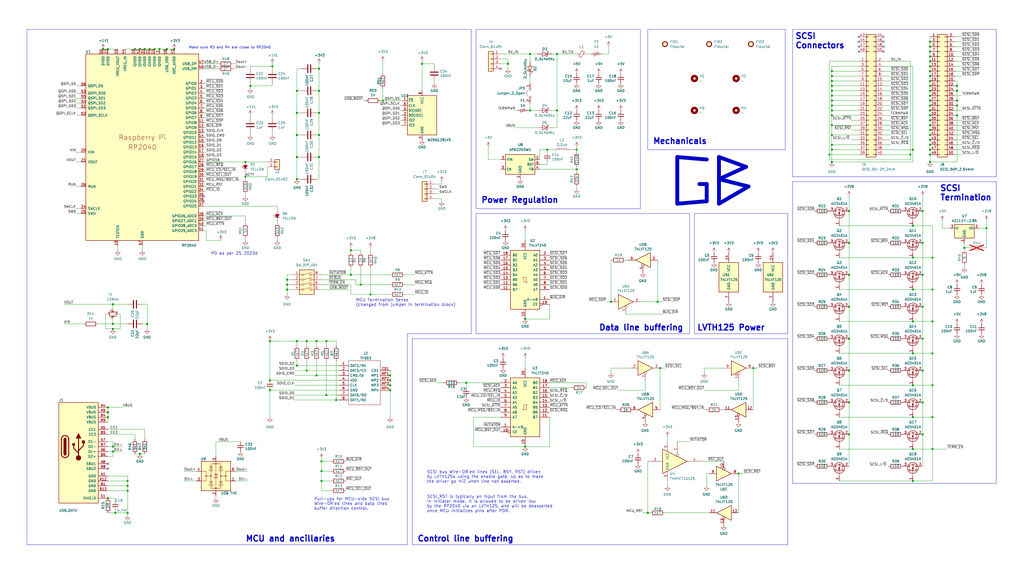
<source format=kicad_sch>
(kicad_sch (version 20230121) (generator eeschema)
  (paper "User" 529.996 297.002)
  (title_block (title "GBSCSI 2") (date "2024-01-30") (rev "1.0") (comment 1 "Drawn by; George Rudolf Mezzomo") (comment 2 "GBSCSI model 2, 2/2.54mm header, 2.5\" form factor compatible, discrete RP2040"))
  (junction (at 481.33 49.53))
  (junction (at 90.17 25.4))
  (junction (at 472.44 182.88))
  (junction (at 55.88 257.81))
  (junction (at 481.33 69.85))
  (junction (at 382.27 245.11))
  (junction (at 153.67 189.23))
  (junction (at 481.33 41.91))
  (junction (at 148.59 147.32))
  (junction (at 158.75 176.53))
  (junction (at 481.33 24.13))
  (junction (at 288.29 27.94))
  (junction (at 72.39 234.95))
  (junction (at 481.33 46.99))
  (junction (at 274.32 57.15))
  (junction (at 477.52 191.77))
  (junction (at 181.61 129.54))
  (junction (at 430.53 64.77))
  (junction (at 481.33 52.07))
  (junction (at 153.67 81.28))
  (junction (at 158.75 191.77))
  (junction (at 481.33 64.77))
  (junction (at 69.85 25.4))
  (junction (at 477.52 224.79))
  (junction (at 481.33 21.59))
  (junction (at 66.04 251.46))
  (junction (at 173.99 207.01))
  (junction (at 153.67 69.85))
  (junction (at 481.33 83.82))
  (junction (at 471.17 80.01))
  (junction (at 53.34 25.4))
  (junction (at 86.36 25.4))
  (junction (at 298.45 87.63))
  (junction (at 481.33 59.69))
  (junction (at 140.97 34.29))
  (junction (at 481.33 72.39))
  (junction (at 472.44 232.41))
  (junction (at 481.33 57.15))
  (junction (at 430.53 41.91))
  (junction (at 58.42 157.48))
  (junction (at 439.42 191.77))
  (junction (at 66.04 254))
  (junction (at 153.67 58.42))
  (junction (at 482.6 232.41))
  (junction (at 165.1 81.28))
  (junction (at 481.33 74.93))
  (junction (at 166.37 238.76))
  (junction (at 165.1 35.56))
  (junction (at 439.42 175.26))
  (junction (at 472.44 166.37))
  (junction (at 482.6 166.37))
  (junction (at 55.88 215.9))
  (junction (at 66.04 265.43) (diameter 0.9144))
  (junction (at 181.61 142.24))
  (junction (at 430.53 57.15))
  (junction (at 430.53 44.45))
  (junction (at 341.63 190.5))
  (junction (at 163.83 194.31))
  (junction (at 495.3 52.07))
  (junction (at 481.33 67.31))
  (junction (at 477.52 175.26))
  (junction (at 139.7 201.93))
  (junction (at 439.42 224.79))
  (junction (at 80.01 25.4))
  (junction (at 481.33 80.01))
  (junction (at 201.93 199.39))
  (junction (at 165.1 69.85))
  (junction (at 477.52 125.73))
  (junction (at 481.33 31.75))
  (junction (at 495.3 44.45))
  (junction (at 481.33 29.21))
  (junction (at 430.53 83.82))
  (junction (at 153.67 176.53))
  (junction (at 166.37 248.92))
  (junction (at 482.6 199.39))
  (junction (at 72.39 25.4))
  (junction (at 55.88 213.36))
  (junction (at 430.53 74.93))
  (junction (at 82.55 25.4))
  (junction (at 477.52 109.22))
  (junction (at 201.93 196.85))
  (junction (at 58.42 233.68) (diameter 0.9144))
  (junction (at 495.3 46.99))
  (junction (at 430.53 54.61))
  (junction (at 439.42 109.22))
  (junction (at 316.23 156.21))
  (junction (at 439.42 208.28))
  (junction (at 430.53 39.37))
  (junction (at 477.52 208.28))
  (junction (at 66.04 248.92))
  (junction (at 472.44 215.9))
  (junction (at 439.42 125.73))
  (junction (at 55.88 25.4))
  (junction (at 288.29 57.15))
  (junction (at 510.54 118.11))
  (junction (at 58.42 167.64))
  (junction (at 201.93 194.31))
  (junction (at 166.37 243.84))
  (junction (at 472.44 149.86))
  (junction (at 201.93 201.93))
  (junction (at 271.78 165.1))
  (junction (at 472.44 77.47))
  (junction (at 55.88 210.82))
  (junction (at 153.67 46.99))
  (junction (at 430.53 77.47))
  (junction (at 472.44 248.92))
  (junction (at 165.1 46.99))
  (junction (at 198.12 52.07))
  (junction (at 482.6 182.88))
  (junction (at 495.3 54.61))
  (junction (at 241.3 198.12))
  (junction (at 58.42 170.18))
  (junction (at 472.44 199.39))
  (junction (at 127 83.82))
  (junction (at 340.36 156.21))
  (junction (at 59.69 265.43))
  (junction (at 127 91.44))
  (junction (at 262.89 33.02))
  (junction (at 430.53 69.85))
  (junction (at 153.67 92.71))
  (junction (at 191.77 152.4))
  (junction (at 430.53 59.69))
  (junction (at 163.83 176.53))
  (junction (at 439.42 142.24))
  (junction (at 77.47 25.4))
  (junction (at 429.26 80.01))
  (junction (at 274.32 27.94))
  (junction (at 430.53 36.83))
  (junction (at 477.52 142.24))
  (junction (at 430.53 49.53))
  (junction (at 481.33 39.37))
  (junction (at 271.78 231.14))
  (junction (at 283.21 77.47))
  (junction (at 482.6 149.86))
  (junction (at 481.33 44.45))
  (junction (at 499.11 128.27))
  (junction (at 218.44 33.02))
  (junction (at 430.53 46.99))
  (junction (at 168.91 176.53))
  (junction (at 481.33 36.83))
  (junction (at 389.89 190.5))
  (junction (at 129.54 44.45))
  (junction (at 482.6 215.9))
  (junction (at 481.33 34.29))
  (junction (at 481.33 54.61))
  (junction (at 482.6 133.35))
  (junction (at 76.2 167.64))
  (junction (at 148.59 144.78))
  (junction (at 168.91 204.47))
  (junction (at 139.7 196.85))
  (junction (at 481.33 62.23))
  (junction (at 481.33 26.67))
  (junction (at 472.44 116.84))
  (junction (at 477.52 158.75))
  (junction (at 298.45 77.47))
  (junction (at 148.59 149.86))
  (junction (at 165.1 58.42))
  (junction (at 74.93 25.4))
  (junction (at 495.3 59.69))
  (junction (at 186.69 147.32))
  (junction (at 472.44 133.35))
  (junction (at 58.42 231.14) (diameter 0.9144))
  (junction (at 139.7 176.53))
  (junction (at 335.28 265.43))
  (junction (at 439.42 158.75))
  (junction (at 430.53 52.07))
  (junction (at 481.33 77.47))
  (no_connect (at 105.41 104.14))
  (no_connect (at 105.41 101.6))
  (no_connect (at 55.88 242.57))
  (no_connect (at 457.2 21.59))
  (no_connect (at 444.5 24.13))
  (no_connect (at 259.08 35.56))
  (no_connect (at 444.5 21.59))
  (no_connect (at 457.2 26.67))
  (no_connect (at 55.88 240.03))
  (no_connect (at 457.2 19.05))
  (no_connect (at 457.2 24.13))
  (no_connect (at 444.5 19.05))
  (no_connect (at 444.5 26.67))
  (wire (pts (xy 430.53 39.37) (xy 444.5 39.37)))
  (wire (pts (xy 224.79 102.87) (xy 228.6 102.87)))
  (wire (pts (xy 444.5 34.29) (xy 430.53 34.29)))
  (wire (pts (xy 138.43 86.36) (xy 138.43 91.44)))
  (wire (pts (xy 430.53 36.83) (xy 444.5 36.83)))
  (wire (pts (xy 105.41 119.38) (xy 106.68 119.38)))
  (wire (pts (xy 482.6 149.86) (xy 482.6 166.37)))
  (wire (pts (xy 76.2 167.64) (xy 76.2 170.18)))
  (wire (pts (xy 106.68 50.8) (xy 105.41 50.8)))
  (wire (pts (xy 298.45 76.2) (xy 298.45 77.47)))
  (wire (pts (xy 139.7 176.53) (xy 153.67 176.53)))
  (wire (pts (xy 106.68 116.84) (xy 105.41 116.84)))
  (wire (pts (xy 181.61 142.24) (xy 201.93 142.24)))
  (wire (pts (xy 198.12 31.75) (xy 198.12 38.1)))
  (wire (pts (xy 127 91.44) (xy 138.43 91.44)))
  (wire (pts (xy 430.53 46.99) (xy 444.5 46.99)))
  (wire (pts (xy 430.53 41.91) (xy 430.53 44.45)))
  (wire (pts (xy 430.53 59.69) (xy 444.5 59.69)))
  (wire (pts (xy 124.46 228.6) (xy 111.76 228.6)))
  (wire (pts (xy 430.53 69.85) (xy 444.5 69.85)))
  (wire (pts (xy 350.52 228.6) (xy 356.87 228.6)))
  (wire (pts (xy 477.52 142.24) (xy 477.52 158.75)))
  (wire (pts (xy 497.84 34.29) (xy 494.03 34.29)))
  (wire (pts (xy 106.68 68.58) (xy 105.41 68.58)))
  (wire (pts (xy 55.88 265.43) (xy 59.69 265.43)))
  (wire (pts (xy 158.75 176.53) (xy 153.67 176.53)))
  (wire (pts (xy 471.17 82.55) (xy 429.26 82.55)))
  (wire (pts (xy 241.3 198.12) (xy 259.08 198.12)))
  (wire (pts (xy 245.11 215.9) (xy 245.11 231.14)))
  (wire (pts (xy 152.4 191.77) (xy 158.75 191.77)))
  (wire (pts (xy 495.3 54.61) (xy 494.03 54.61)))
  (wire (pts (xy 152.4 204.47) (xy 168.91 204.47)))
  (wire (pts (xy 166.37 238.76) (xy 166.37 237.49)))
  (wire (pts (xy 66.04 254) (xy 66.04 265.43)))
  (wire (pts (xy 175.26 201.93) (xy 139.7 201.93)))
  (wire (pts (xy 153.67 81.28) (xy 153.67 69.85)))
  (wire (pts (xy 105.41 33.02) (xy 113.03 33.02)))
  (wire (pts (xy 55.88 25.4) (xy 53.34 25.4)))
  (wire (pts (xy 171.45 248.92) (xy 166.37 248.92)))
  (wire (pts (xy 461.01 49.53) (xy 457.2 49.53)))
  (wire (pts (xy 430.53 83.82) (xy 472.44 83.82)))
  (wire (pts (xy 430.53 77.47) (xy 430.53 74.93)))
  (wire (pts (xy 461.01 52.07) (xy 457.2 52.07)))
  (wire (pts (xy 457.2 59.69) (xy 461.01 59.69)))
  (wire (pts (xy 364.49 212.09) (xy 365.76 212.09)))
  (polyline (pts (xy 210.82 281.94) (xy 210.82 172.72)))
  (wire (pts (xy 218.44 33.02) (xy 218.44 46.99)))
  (wire (pts (xy 72.39 25.4) (xy 74.93 25.4)))
  (wire (pts (xy 284.48 231.14) (xy 284.48 215.9)))
  (wire (pts (xy 55.88 162.56) (xy 54.61 162.56)))
  (wire (pts (xy 434.34 248.92) (xy 472.44 248.92)))
  (wire (pts (xy 209.55 152.4) (xy 214.63 152.4)))
  (wire (pts (xy 477.52 208.28) (xy 477.52 224.79)))
  (wire (pts (xy 481.33 77.47) (xy 481.33 80.01)))
  (wire (pts (xy 345.44 251.46) (xy 345.44 248.92)))
  (polyline (pts (xy 407.67 281.94) (xy 407.67 175.26)))
  (wire (pts (xy 148.59 147.32) (xy 151.13 147.32)))
  (wire (pts (xy 39.37 50.8) (xy 41.91 50.8)))
  (wire (pts (xy 165.1 81.28) (xy 165.1 92.71)))
  (wire (pts (xy 163.83 176.53) (xy 158.75 176.53)))
  (wire (pts (xy 274.32 39.37) (xy 274.32 43.18)))
  (wire (pts (xy 271.78 185.42) (xy 271.78 190.5)))
  (wire (pts (xy 344.17 190.5) (xy 341.63 190.5)))
  (wire (pts (xy 495.3 52.07) (xy 494.03 52.07)))
  (wire (pts (xy 430.53 46.99) (xy 430.53 49.53)))
  (wire (pts (xy 66.04 157.48) (xy 58.42 157.48)))
  (wire (pts (xy 288.29 66.04) (xy 285.75 66.04)))
  (wire (pts (xy 439.42 158.75) (xy 439.42 175.26)))
  (polyline (pts (xy 243.84 172.72) (xy 243.84 15.24)))
  (wire (pts (xy 128.27 248.92) (xy 121.92 248.92)))
  (wire (pts (xy 434.34 182.88) (xy 472.44 182.88)))
  (wire (pts (xy 457.2 31.75) (xy 471.17 31.75)))
  (wire (pts (xy 166.37 144.78) (xy 184.15 144.78)))
  (wire (pts (xy 259.08 33.02) (xy 262.89 33.02)))
  (wire (pts (xy 499.11 137.16) (xy 499.11 138.43)))
  (wire (pts (xy 129.54 34.29) (xy 140.97 34.29)))
  (wire (pts (xy 482.6 166.37) (xy 482.6 182.88)))
  (wire (pts (xy 106.68 58.42) (xy 105.41 58.42)))
  (wire (pts (xy 128.27 243.84) (xy 121.92 243.84)))
  (wire (pts (xy 148.59 149.86) (xy 148.59 152.4)))
  (wire (pts (xy 129.54 68.58) (xy 129.54 69.85)))
  (wire (pts (xy 152.4 194.31) (xy 163.83 194.31)))
  (wire (pts (xy 472.44 199.39) (xy 482.6 199.39)))
  (wire (pts (xy 184.15 144.78) (xy 184.15 147.32)))
  (wire (pts (xy 497.84 80.01) (xy 494.03 80.01)))
  (wire (pts (xy 73.66 157.48) (xy 76.2 157.48)))
  (wire (pts (xy 105.41 83.82) (xy 127 83.82)))
  (wire (pts (xy 457.2 80.01) (xy 471.17 80.01)))
  (wire (pts (xy 173.99 176.53) (xy 173.99 179.07)))
  (wire (pts (xy 39.37 53.34) (xy 41.91 53.34)))
  (wire (pts (xy 163.83 194.31) (xy 175.26 194.31)))
  (wire (pts (xy 440.69 72.39) (xy 444.5 72.39)))
  (wire (pts (xy 228.6 95.25) (xy 228.6 93.98)))
  (wire (pts (xy 506.73 118.11) (xy 510.54 118.11)))
  (wire (pts (xy 143.51 109.22) (xy 143.51 106.68)))
  (wire (pts (xy 148.59 144.78) (xy 148.59 147.32)))
  (wire (pts (xy 284.48 198.12) (xy 303.53 198.12)))
  (wire (pts (xy 106.68 66.04) (xy 105.41 66.04)))
  (wire (pts (xy 140.97 44.45) (xy 140.97 43.18)))
  (wire (pts (xy 166.37 248.92) (xy 166.37 243.84)))
  (wire (pts (xy 481.33 67.31) (xy 481.33 69.85)))
  (wire (pts (xy 106.68 86.36) (xy 105.41 86.36)))
  (polyline (pts (xy 387.35 96.52) (xy 372.11 92.71)) (stroke (width 2)))
  (wire (pts (xy 497.84 29.21) (xy 494.03 29.21)))
  (wire (pts (xy 198.12 45.72) (xy 198.12 52.07)))
  (wire (pts (xy 283.21 77.47) (xy 283.21 78.74)))
  (wire (pts (xy 439.42 191.77) (xy 439.42 208.28)))
  (wire (pts (xy 259.08 82.55) (xy 252.73 82.55)))
  (wire (pts (xy 364.49 201.93) (xy 382.27 201.93)))
  (wire (pts (xy 74.93 222.25) (xy 55.88 222.25)))
  (wire (pts (xy 430.53 64.77) (xy 430.53 69.85)))
  (polyline (pts (xy 356.87 110.49) (xy 246.38 110.49)))
  (wire (pts (xy 165.1 46.99) (xy 165.1 58.42)))
  (wire (pts (xy 106.68 73.66) (xy 105.41 73.66)))
  (wire (pts (xy 497.84 36.83) (xy 494.03 36.83)))
  (wire (pts (xy 481.33 62.23) (xy 481.33 64.77)))
  (wire (pts (xy 153.67 189.23) (xy 175.26 189.23)))
  (wire (pts (xy 58.42 233.68) (xy 58.42 236.22)))
  (wire (pts (xy 111.76 228.6) (xy 111.76 236.22)))
  (wire (pts (xy 259.08 27.94) (xy 274.32 27.94)))
  (wire (pts (xy 55.88 228.6) (xy 58.42 228.6)))
  (wire (pts (xy 148.59 147.32) (xy 148.59 149.86)))
  (wire (pts (xy 303.53 27.94) (xy 306.07 27.94)))
  (polyline (pts (xy 350.52 81.28) (xy 350.52 105.41)) (stroke (width 2)))
  (wire (pts (xy 495.3 59.69) (xy 495.3 83.82)))
  (wire (pts (xy 365.76 245.11) (xy 365.76 251.46)))
  (wire (pts (xy 127 123.19) (xy 127 124.46)))
  (wire (pts (xy 298.45 27.94) (xy 288.29 27.94)))
  (wire (pts (xy 283.21 77.47) (xy 287.02 77.47)))
  (wire (pts (xy 461.01 67.31) (xy 457.2 67.31)))
  (polyline (pts (xy 372.11 105.41) (xy 387.35 96.52)) (stroke (width 2)))
  (wire (pts (xy 288.29 27.94) (xy 288.29 57.15)))
  (wire (pts (xy 501.65 128.27) (xy 499.11 128.27)))
  (wire (pts (xy 294.64 77.47) (xy 298.45 77.47)))
  (wire (pts (xy 208.28 59.69) (xy 207.01 59.69)))
  (wire (pts (xy 106.68 48.26) (xy 105.41 48.26)))
  (wire (pts (xy 156.21 81.28) (xy 153.67 81.28)))
  (wire (pts (xy 129.54 35.56) (xy 129.54 34.29)))
  (polyline (pts (xy 365.76 82.55) (xy 350.52 81.28)) (stroke (width 2)))
  (wire (pts (xy 279.4 87.63) (xy 298.45 87.63)))
  (wire (pts (xy 66.04 167.64) (xy 58.42 167.64)))
  (wire (pts (xy 158.75 186.69) (xy 158.75 191.77)))
  (wire (pts (xy 214.63 147.32) (xy 209.55 147.32)))
  (wire (pts (xy 477.52 175.26) (xy 477.52 191.77)))
  (wire (pts (xy 495.3 41.91) (xy 494.03 41.91)))
  (wire (pts (xy 139.7 196.85) (xy 139.7 176.53)))
  (wire (pts (xy 152.4 189.23) (xy 153.67 189.23)))
  (wire (pts (xy 461.01 57.15) (xy 457.2 57.15)))
  (wire (pts (xy 163.83 69.85) (xy 165.1 69.85)))
  (wire (pts (xy 457.2 77.47) (xy 472.44 77.47)))
  (wire (pts (xy 237.49 198.12) (xy 241.3 198.12)))
  (wire (pts (xy 382.27 245.11) (xy 382.27 265.43)))
  (wire (pts (xy 106.68 88.9) (xy 105.41 88.9)))
  (wire (pts (xy 165.1 33.02) (xy 165.1 35.56)))
  (wire (pts (xy 472.44 232.41) (xy 482.6 232.41)))
  (wire (pts (xy 152.4 199.39) (xy 175.26 199.39)))
  (wire (pts (xy 148.59 149.86) (xy 151.13 149.86)))
  (wire (pts (xy 58.42 236.22) (xy 55.88 236.22)))
  (polyline (pts (xy 372.11 81.28) (xy 386.08 86.36)) (stroke (width 2)))
  (wire (pts (xy 434.34 199.39) (xy 472.44 199.39)))
  (wire (pts (xy 461.01 46.99) (xy 457.2 46.99)))
  (wire (pts (xy 472.44 182.88) (xy 482.6 182.88)))
  (wire (pts (xy 58.42 167.64) (xy 50.8 167.64)))
  (polyline (pts (xy 13.97 15.24) (xy 243.84 15.24)))
  (wire (pts (xy 127 83.82) (xy 138.43 83.82)))
  (wire (pts (xy 41.91 96.52) (xy 39.37 96.52)))
  (wire (pts (xy 120.65 33.02) (xy 121.92 33.02)))
  (wire (pts (xy 66.04 251.46) (xy 66.04 254)))
  (wire (pts (xy 491.49 118.11) (xy 487.68 118.11)))
  (wire (pts (xy 106.68 96.52) (xy 105.41 96.52)))
  (wire (pts (xy 316.23 190.5) (xy 316.23 193.04)))
  (wire (pts (xy 495.3 41.91) (xy 495.3 44.45)))
  (wire (pts (xy 288.29 57.15) (xy 285.75 57.15)))
  (wire (pts (xy 163.83 186.69) (xy 163.83 194.31)))
  (polyline (pts (xy 356.87 172.72) (xy 356.87 110.49)))
  (polyline (pts (xy 213.36 175.26) (xy 407.67 175.26)))
  (wire (pts (xy 106.68 45.72) (xy 105.41 45.72)))
  (wire (pts (xy 152.4 207.01) (xy 173.99 207.01)))
  (wire (pts (xy 335.28 238.76) (xy 335.28 265.43)))
  (wire (pts (xy 345.44 226.06) (xy 345.44 228.6)))
  (wire (pts (xy 151.13 142.24) (xy 148.59 142.24)))
  (wire (pts (xy 266.7 66.04) (xy 278.13 66.04)))
  (wire (pts (xy 55.88 218.44) (xy 55.88 215.9)))
  (polyline (pts (xy 246.38 110.49) (xy 246.38 172.72)))
  (wire (pts (xy 298.45 96.52) (xy 298.45 97.79)))
  (wire (pts (xy 153.67 186.69) (xy 153.67 189.23)))
  (wire (pts (xy 472.44 215.9) (xy 482.6 215.9)))
  (wire (pts (xy 439.42 208.28) (xy 439.42 224.79)))
  (wire (pts (xy 191.77 152.4) (xy 181.61 152.4)))
  (wire (pts (xy 66.04 246.38) (xy 66.04 248.92)))
  (wire (pts (xy 285.75 27.94) (xy 288.29 27.94)))
  (wire (pts (xy 58.42 157.48) (xy 58.42 160.02)))
  (wire (pts (xy 472.44 248.92) (xy 482.6 248.92)))
  (wire (pts (xy 127 88.9) (xy 127 91.44)))
  (wire (pts (xy 298.45 87.63) (xy 298.45 88.9)))
  (wire (pts (xy 55.88 246.38) (xy 66.04 246.38)))
  (wire (pts (xy 439.42 125.73) (xy 439.42 142.24)))
  (wire (pts (xy 316.23 190.5) (xy 326.39 190.5)))
  (wire (pts (xy 430.53 57.15) (xy 444.5 57.15)))
  (wire (pts (xy 241.3 200.66) (xy 241.3 198.12)))
  (wire (pts (xy 252.73 82.55) (xy 252.73 76.2)))
  (wire (pts (xy 101.6 248.92) (xy 95.25 248.92)))
  (wire (pts (xy 54.61 162.56) (xy 54.61 170.18)))
  (polyline (pts (xy 372.11 81.28) (xy 372.11 105.41)) (stroke (width 2)))
  (wire (pts (xy 101.6 243.84) (xy 95.25 243.84)))
  (wire (pts (xy 74.93 227.33) (xy 74.93 222.25)))
  (wire (pts (xy 80.01 25.4) (xy 82.55 25.4)))
  (wire (pts (xy 140.97 68.58) (xy 140.97 69.85)))
  (wire (pts (xy 373.38 212.09) (xy 374.65 212.09)))
  (wire (pts (xy 472.44 133.35) (xy 482.6 133.35)))
  (wire (pts (xy 481.33 46.99) (xy 481.33 49.53)))
  (wire (pts (xy 283.21 77.47) (xy 279.4 77.47)))
  (wire (pts (xy 279.4 85.09) (xy 283.21 85.09)))
  (wire (pts (xy 430.53 54.61) (xy 444.5 54.61)))
  (wire (pts (xy 457.2 62.23) (xy 461.01 62.23)))
  (wire (pts (xy 191.77 128.27) (xy 191.77 130.81)))
  (wire (pts (xy 245.11 231.14) (xy 271.78 231.14)))
  (wire (pts (xy 434.34 166.37) (xy 472.44 166.37)))
  (wire (pts (xy 129.54 44.45) (xy 140.97 44.45)))
  (wire (pts (xy 218.44 31.75) (xy 218.44 33.02)))
  (wire (pts (xy 186.69 130.81) (xy 186.69 129.54)))
  (wire (pts (xy 444.5 62.23) (xy 440.69 62.23)))
  (wire (pts (xy 191.77 138.43) (xy 191.77 152.4)))
  (wire (pts (xy 262.89 33.02) (xy 262.89 35.56)))
  (wire (pts (xy 168.91 176.53) (xy 173.99 176.53)))
  (wire (pts (xy 201.93 199.39) (xy 201.93 201.93)))
  (wire (pts (xy 497.84 26.67) (xy 494.03 26.67)))
  (wire (pts (xy 481.33 21.59) (xy 481.33 24.13)))
  (wire (pts (xy 363.22 238.76) (xy 374.65 238.76)))
  (wire (pts (xy 181.61 128.27) (xy 181.61 129.54)))
  (wire (pts (xy 58.42 231.14) (xy 55.88 231.14)))
  (wire (pts (xy 279.4 77.47) (xy 279.4 82.55)))
  (wire (pts (xy 106.68 60.96) (xy 105.41 60.96)))
  (wire (pts (xy 482.6 232.41) (xy 490.22 232.41)))
  (wire (pts (xy 106.68 91.44) (xy 105.41 91.44)))
  (wire (pts (xy 389.89 190.5) (xy 389.89 212.09)))
  (wire (pts (xy 166.37 147.32) (xy 181.61 147.32)))
  (wire (pts (xy 497.84 21.59) (xy 494.03 21.59)))
  (wire (pts (xy 163.83 176.53) (xy 168.91 176.53)))
  (wire (pts (xy 273.05 57.15) (xy 274.32 57.15)))
  (wire (pts (xy 106.68 63.5) (xy 105.41 63.5)))
  (wire (pts (xy 259.08 215.9) (xy 245.11 215.9)))
  (wire (pts (xy 439.42 142.24) (xy 439.42 158.75)))
  (wire (pts (xy 111.76 256.54) (xy 111.76 257.81)))
  (wire (pts (xy 129.54 43.18) (xy 129.54 44.45)))
  (wire (pts (xy 72.39 234.95) (xy 69.85 234.95)))
  (wire (pts (xy 311.15 27.94) (xy 314.96 27.94)))
  (wire (pts (xy 63.5 210.82) (xy 55.88 210.82)))
  (wire (pts (xy 166.37 142.24) (xy 181.61 142.24)))
  (wire (pts (xy 224.79 33.02) (xy 218.44 33.02)))
  (wire (pts (xy 106.68 53.34) (xy 105.41 53.34)))
  (polyline (pts (xy 386.08 86.36) (xy 386.08 86.36)) (stroke (width 2)))
  (wire (pts (xy 41.91 107.95) (xy 39.37 107.95)))
  (wire (pts (xy 481.33 74.93) (xy 481.33 77.47)))
  (wire (pts (xy 477.52 191.77) (xy 477.52 208.28)))
  (wire (pts (xy 55.88 254) (xy 66.04 254)))
  (wire (pts (xy 106.68 93.98) (xy 105.41 93.98)))
  (wire (pts (xy 171.45 254) (xy 166.37 254)))
  (wire (pts (xy 163.83 81.28) (xy 165.1 81.28)))
  (wire (pts (xy 499.11 128.27) (xy 499.11 125.73)))
  (wire (pts (xy 156.21 46.99) (xy 153.67 46.99)))
  (wire (pts (xy 156.21 58.42) (xy 153.67 58.42)))
  (wire (pts (xy 481.33 72.39) (xy 481.33 74.93)))
  (wire (pts (xy 181.61 129.54) (xy 186.69 129.54)))
  (wire (pts (xy 327.66 212.09) (xy 326.39 212.09)))
  (wire (pts (xy 41.91 110.49) (xy 39.37 110.49)))
  (wire (pts (xy 106.68 114.3) (xy 105.41 114.3)))
  (wire (pts (xy 477.52 109.22) (xy 477.52 125.73)))
  (wire (pts (xy 127 91.44) (xy 127 92.71)))
  (wire (pts (xy 62.23 170.18) (xy 62.23 162.56)))
  (wire (pts (xy 472.44 77.47) (xy 472.44 83.82)))
  (wire (pts (xy 461.01 69.85) (xy 457.2 69.85)))
  (wire (pts (xy 439.42 224.79) (xy 439.42 241.3)))
  (wire (pts (xy 226.06 198.12) (xy 229.87 198.12)))
  (wire (pts (xy 274.32 57.15) (xy 278.13 57.15)))
  (wire (pts (xy 434.34 133.35) (xy 472.44 133.35)))
  (wire (pts (xy 335.28 265.43) (xy 336.55 265.43)))
  (wire (pts (xy 510.54 118.11) (xy 510.54 114.3)))
  (wire (pts (xy 481.33 41.91) (xy 481.33 44.45)))
  (wire (pts (xy 331.47 156.21) (xy 340.36 156.21)))
  (wire (pts (xy 62.23 162.56) (xy 60.96 162.56)))
  (wire (pts (xy 60.96 127) (xy 60.96 129.54)))
  (wire (pts (xy 430.53 44.45) (xy 444.5 44.45)))
  (wire (pts (xy 55.88 248.92) (xy 66.04 248.92)))
  (wire (pts (xy 499.11 129.54) (xy 499.11 128.27)))
  (wire (pts (xy 201.93 196.85) (xy 201.93 199.39)))
  (wire (pts (xy 461.01 39.37) (xy 457.2 39.37)))
  (wire (pts (xy 481.33 49.53) (xy 481.33 52.07)))
  (wire (pts (xy 186.69 138.43) (xy 186.69 147.32)))
  (wire (pts (xy 487.68 118.11) (xy 487.68 114.3)))
  (wire (pts (xy 168.91 176.53) (xy 168.91 179.07)))
  (wire (pts (xy 148.59 142.24) (xy 148.59 144.78)))
  (wire (pts (xy 106.68 78.74) (xy 105.41 78.74)))
  (wire (pts (xy 481.33 80.01) (xy 481.33 83.82)))
  (wire (pts (xy 165.1 35.56) (xy 165.1 46.99)))
  (wire (pts (xy 332.74 265.43) (xy 335.28 265.43)))
  (wire (pts (xy 201.93 152.4) (xy 191.77 152.4)))
  (wire (pts (xy 494.03 59.69) (xy 495.3 59.69)))
  (polyline (pts (xy 213.36 175.26) (xy 213.36 281.94)))
  (wire (pts (xy 472.44 34.29) (xy 472.44 77.47)))
  (wire (pts (xy 439.42 101.6) (xy 439.42 109.22)))
  (wire (pts (xy 106.68 99.06) (xy 105.41 99.06)))
  (wire (pts (xy 59.69 265.43) (xy 66.04 265.43)))
  (wire (pts (xy 168.91 186.69) (xy 168.91 204.47)))
  (wire (pts (xy 153.67 176.53) (xy 153.67 179.07)))
  (wire (pts (xy 163.83 46.99) (xy 165.1 46.99)))
  (wire (pts (xy 481.33 69.85) (xy 481.33 72.39)))
  (wire (pts (xy 201.93 191.77) (xy 201.93 194.31)))
  (wire (pts (xy 262.89 30.48) (xy 262.89 33.02)))
  (polyline (pts (xy 246.38 172.72) (xy 356.87 172.72)))
  (wire (pts (xy 171.45 243.84) (xy 166.37 243.84)))
  (wire (pts (xy 495.3 44.45) (xy 495.3 46.99)))
  (wire (pts (xy 341.63 190.5) (xy 341.63 212.09)))
  (wire (pts (xy 86.36 25.4) (xy 90.17 25.4)))
  (wire (pts (xy 55.88 213.36) (xy 55.88 210.82)))
  (wire (pts (xy 106.68 124.46) (xy 114.3 124.46)))
  (wire (pts (xy 495.3 46.99) (xy 494.03 46.99)))
  (wire (pts (xy 497.84 69.85) (xy 494.03 69.85)))
  (wire (pts (xy 165.1 69.85) (xy 165.1 81.28)))
  (wire (pts (xy 43.18 167.64) (xy 33.02 167.64)))
  (wire (pts (xy 271.78 231.14) (xy 284.48 231.14)))
  (wire (pts (xy 472.44 149.86) (xy 482.6 149.86)))
  (wire (pts (xy 481.33 26.67) (xy 481.33 29.21)))
  (wire (pts (xy 181.61 152.4) (xy 181.61 147.32)))
  (wire (pts (xy 58.42 157.48) (xy 33.02 157.48)))
  (wire (pts (xy 439.42 175.26) (xy 439.42 191.77)))
  (wire (pts (xy 364.49 190.5) (xy 364.49 193.04)))
  (wire (pts (xy 171.45 238.76) (xy 166.37 238.76)))
  (wire (pts (xy 461.01 44.45) (xy 457.2 44.45)))
  (wire (pts (xy 266.7 57.15) (xy 267.97 57.15)))
  (wire (pts (xy 166.37 254) (xy 166.37 248.92)))
  (wire (pts (xy 481.33 36.83) (xy 481.33 39.37)))
  (wire (pts (xy 184.15 147.32) (xy 186.69 147.32)))
  (polyline (pts (xy 372.11 92.71) (xy 372.11 92.71)) (stroke (width 2)))
  (wire (pts (xy 143.51 106.68) (xy 105.41 106.68)))
  (wire (pts (xy 434.34 149.86) (xy 472.44 149.86)))
  (wire (pts (xy 314.96 27.94) (xy 314.96 24.13)))
  (wire (pts (xy 429.26 31.75) (xy 429.26 80.01)))
  (wire (pts (xy 481.33 31.75) (xy 481.33 34.29)))
  (wire (pts (xy 181.61 138.43) (xy 181.61 142.24)))
  (polyline (pts (xy 387.35 96.52) (xy 387.35 96.52)) (stroke (width 2)))
  (wire (pts (xy 482.6 182.88) (xy 482.6 199.39)))
  (wire (pts (xy 384.81 245.11) (xy 382.27 245.11)))
  (wire (pts (xy 392.43 190.5) (xy 389.89 190.5)))
  (wire (pts (xy 481.33 24.13) (xy 481.33 26.67)))
  (wire (pts (xy 434.34 232.41) (xy 472.44 232.41)))
  (wire (pts (xy 482.6 215.9) (xy 482.6 232.41)))
  (wire (pts (xy 495.3 52.07) (xy 495.3 54.61)))
  (wire (pts (xy 430.53 64.77) (xy 444.5 64.77)))
  (polyline (pts (xy 210.82 172.72) (xy 243.84 172.72)))
  (wire (pts (xy 313.69 156.21) (xy 316.23 156.21)))
  (wire (pts (xy 224.79 97.79) (xy 227.33 97.79)))
  (wire (pts (xy 39.37 78.74) (xy 41.91 78.74)))
  (wire (pts (xy 166.37 243.84) (xy 166.37 238.76)))
  (wire (pts (xy 274.32 53.34) (xy 274.32 57.15)))
  (wire (pts (xy 323.85 134.62) (xy 325.12 134.62)))
  (wire (pts (xy 497.84 31.75) (xy 494.03 31.75)))
  (wire (pts (xy 429.26 82.55) (xy 429.26 80.01)))
  (wire (pts (xy 430.53 52.07) (xy 444.5 52.07)))
  (wire (pts (xy 303.53 200.66) (xy 303.53 198.12)))
  (wire (pts (xy 430.53 44.45) (xy 430.53 46.99)))
  (wire (pts (xy 201.93 201.93) (xy 201.93 215.9)))
  (wire (pts (xy 165.1 58.42) (xy 165.1 69.85)))
  (wire (pts (xy 344.17 265.43) (xy 367.03 265.43)))
  (wire (pts (xy 228.6 102.87) (xy 228.6 104.14)))
  (polyline (pts (xy 13.97 281.94) (xy 210.82 281.94)))
  (wire (pts (xy 153.67 69.85) (xy 153.67 58.42)))
  (wire (pts (xy 41.91 83.82) (xy 39.37 83.82)))
  (wire (pts (xy 82.55 25.4) (xy 86.36 25.4)))
  (wire (pts (xy 284.48 157.48) (xy 284.48 165.1)))
  (wire (pts (xy 224.79 41.91) (xy 224.79 43.18)))
  (wire (pts (xy 482.6 199.39) (xy 482.6 215.9)))
  (wire (pts (xy 127 100.33) (xy 127 101.6)))
  (wire (pts (xy 430.53 77.47) (xy 444.5 77.47)))
  (wire (pts (xy 430.53 59.69) (xy 430.53 64.77)))
  (wire (pts (xy 129.54 60.96) (xy 129.54 59.69)))
  (wire (pts (xy 495.3 46.99) (xy 495.3 52.07)))
  (wire (pts (xy 430.53 34.29) (xy 430.53 36.83)))
  (wire (pts (xy 278.13 27.94) (xy 274.32 27.94)))
  (wire (pts (xy 298.45 86.36) (xy 298.45 87.63)))
  (wire (pts (xy 74.93 25.4) (xy 77.47 25.4)))
  (wire (pts (xy 140.97 33.02) (xy 140.97 34.29)))
  (wire (pts (xy 181.61 129.54) (xy 181.61 130.81)))
  (wire (pts (xy 510.54 128.27) (xy 510.54 118.11)))
  (wire (pts (xy 374.65 190.5) (xy 364.49 190.5)))
  (wire (pts (xy 482.6 232.41) (xy 482.6 248.92)))
  (wire (pts (xy 430.53 36.83) (xy 430.53 39.37)))
  (wire (pts (xy 201.93 194.31) (xy 201.93 196.85)))
  (wire (pts (xy 494.03 57.15) (xy 497.84 57.15)))
  (wire (pts (xy 106.68 81.28) (xy 105.41 81.28)))
  (wire (pts (xy 461.01 36.83) (xy 457.2 36.83)))
  (wire (pts (xy 440.69 67.31) (xy 444.5 67.31)))
  (polyline (pts (xy 361.95 95.25) (xy 365.76 95.25)) (stroke (width 2)))
  (wire (pts (xy 471.17 80.01) (xy 471.17 31.75)))
  (wire (pts (xy 340.36 134.62) (xy 340.36 156.21)))
  (wire (pts (xy 481.33 44.45) (xy 481.33 46.99)))
  (wire (pts (xy 318.77 212.09) (xy 320.04 212.09)))
  (wire (pts (xy 163.83 58.42) (xy 165.1 58.42)))
  (polyline (pts (xy 372.11 92.71) (xy 386.08 86.36)) (stroke (width 2)))
  (polyline (pts (xy 13.97 281.94) (xy 13.97 15.24)))
  (wire (pts (xy 69.85 227.33) (xy 69.85 224.79)))
  (wire (pts (xy 430.53 49.53) (xy 444.5 49.53)))
  (wire (pts (xy 429.26 80.01) (xy 444.5 80.01)))
  (wire (pts (xy 481.33 54.61) (xy 481.33 57.15)))
  (wire (pts (xy 382.27 201.93) (xy 382.27 196.85)))
  (wire (pts (xy 367.03 245.11) (xy 365.76 245.11)))
  (wire (pts (xy 477.52 158.75) (xy 477.52 175.26)))
  (wire (pts (xy 66.04 265.43) (xy 66.04 266.7)))
  (wire (pts (xy 224.79 34.29) (xy 224.79 33.02)))
  (wire (pts (xy 69.85 25.4) (xy 72.39 25.4)))
  (wire (pts (xy 430.53 69.85) (xy 430.53 74.93)))
  (wire (pts (xy 497.84 74.93) (xy 494.03 74.93)))
  (wire (pts (xy 497.84 67.31) (xy 494.03 67.31)))
  (wire (pts (xy 66.04 248.92) (xy 66.04 251.46)))
  (wire (pts (xy 39.37 48.26) (xy 41.91 48.26)))
  (wire (pts (xy 224.79 100.33) (xy 227.33 100.33)))
  (wire (pts (xy 430.53 49.53) (xy 430.53 52.07)))
  (wire (pts (xy 461.01 64.77) (xy 457.2 64.77)))
  (wire (pts (xy 430.53 83.82) (xy 430.53 77.47)))
  (wire (pts (xy 439.42 109.22) (xy 439.42 125.73)))
  (wire (pts (xy 481.33 59.69) (xy 481.33 62.23)))
  (wire (pts (xy 477.52 101.6) (xy 477.52 109.22)))
  (wire (pts (xy 163.83 176.53) (xy 163.83 179.07)))
  (wire (pts (xy 173.99 186.69) (xy 173.99 207.01)))
  (wire (pts (xy 342.9 162.56) (xy 323.85 162.56)))
  (wire (pts (xy 481.33 19.05) (xy 481.33 21.59)))
  (wire (pts (xy 481.33 29.21) (xy 481.33 31.75)))
  (wire (pts (xy 434.34 215.9) (xy 472.44 215.9)))
  (wire (pts (xy 106.68 43.18) (xy 105.41 43.18)))
  (wire (pts (xy 198.12 52.07) (xy 208.28 52.07)))
  (wire (pts (xy 153.67 81.28) (xy 153.67 92.71)))
  (wire (pts (xy 41.91 59.69) (xy 39.37 59.69)))
  (wire (pts (xy 495.3 44.45) (xy 494.03 44.45)))
  (wire (pts (xy 196.85 52.07) (xy 198.12 52.07)))
  (wire (pts (xy 105.41 35.56) (xy 113.03 35.56)))
  (wire (pts (xy 497.84 72.39) (xy 494.03 72.39)))
  (wire (pts (xy 41.91 44.45) (xy 39.37 44.45)))
  (wire (pts (xy 481.33 52.07) (xy 481.33 54.61)))
  (wire (pts (xy 156.21 92.71) (xy 153.67 92.71)))
  (wire (pts (xy 140.97 35.56) (xy 140.97 34.29)))
  (wire (pts (xy 271.78 119.38) (xy 271.78 124.46)))
  (wire (pts (xy 153.67 58.42) (xy 153.67 46.99)))
  (wire (pts (xy 461.01 41.91) (xy 457.2 41.91)))
  (wire (pts (xy 59.69 257.81) (xy 59.69 259.08)))
  (wire (pts (xy 143.51 123.19) (xy 143.51 124.46)))
  (wire (pts (xy 461.01 74.93) (xy 457.2 74.93)))
  (wire (pts (xy 208.28 57.15) (xy 207.01 57.15)))
  (wire (pts (xy 430.53 41.91) (xy 444.5 41.91)))
  (wire (pts (xy 495.3 54.61) (xy 495.3 59.69)))
  (wire (pts (xy 73.66 167.64) (xy 76.2 167.64)))
  (wire (pts (xy 342.9 156.21) (xy 340.36 156.21)))
  (wire (pts (xy 173.99 207.01) (xy 175.26 207.01)))
  (wire (pts (xy 482.6 116.84) (xy 482.6 133.35)))
  (wire (pts (xy 334.01 201.93) (xy 334.01 196.85)))
  (polyline (pts (xy 213.36 281.94) (xy 407.67 281.94)))
  (wire (pts (xy 207.01 54.61) (xy 208.28 54.61)))
  (wire (pts (xy 175.26 196.85) (xy 139.7 196.85)))
  (wire (pts (xy 39.37 55.88) (xy 41.91 55.88)))
  (wire (pts (xy 497.84 24.13) (xy 494.03 24.13)))
  (wire (pts (xy 106.68 55.88) (xy 105.41 55.88)))
  (wire (pts (xy 430.53 39.37) (xy 430.53 41.91)))
  (wire (pts (xy 74.93 234.95) (xy 72.39 234.95)))
  (wire (pts (xy 58.42 233.68) (xy 63.5 233.68)))
  (wire (pts (xy 494.03 49.53) (xy 497.84 49.53)))
  (wire (pts (xy 143.51 114.3) (xy 143.51 115.57)))
  (wire (pts (xy 76.2 157.48) (xy 76.2 167.64)))
  (wire (pts (xy 444.5 31.75) (xy 429.26 31.75)))
  (wire (pts (xy 69.85 224.79) (xy 55.88 224.79)))
  (wire (pts (xy 295.91 200.66) (xy 284.48 200.66)))
  (wire (pts (xy 58.42 228.6) (xy 58.42 231.14)))
  (wire (pts (xy 481.33 39.37) (xy 481.33 41.91)))
  (wire (pts (xy 156.21 69.85) (xy 153.67 69.85)))
  (wire (pts (xy 497.84 39.37) (xy 494.03 39.37)))
  (wire (pts (xy 471.17 80.01) (xy 471.17 82.55)))
  (wire (pts (xy 106.68 71.12) (xy 105.41 71.12)))
  (wire (pts (xy 461.01 54.61) (xy 457.2 54.61)))
  (wire (pts (xy 461.01 72.39) (xy 457.2 72.39)))
  (wire (pts (xy 481.33 34.29) (xy 481.33 36.83)))
  (polyline (pts (xy 350.52 105.41) (xy 365.76 104.14)) (stroke (width 2)))
  (wire (pts (xy 127 115.57) (xy 127 111.76)))
  (wire (pts (xy 477.52 224.79) (xy 477.52 241.3)))
  (wire (pts (xy 58.42 170.18) (xy 62.23 170.18)))
  (wire (pts (xy 224.79 95.25) (xy 228.6 95.25)))
  (wire (pts (xy 139.7 201.93) (xy 139.7 215.9)))
  (wire (pts (xy 494.03 62.23) (xy 497.84 62.23)))
  (wire (pts (xy 430.53 74.93) (xy 444.5 74.93)))
  (wire (pts (xy 129.54 44.45) (xy 129.54 45.72)))
  (wire (pts (xy 288.29 57.15) (xy 288.29 66.04)))
  (wire (pts (xy 58.42 231.14) (xy 63.5 231.14)))
  (wire (pts (xy 163.83 92.71) (xy 165.1 92.71)))
  (wire (pts (xy 158.75 191.77) (xy 175.26 191.77)))
  (wire (pts (xy 148.59 144.78) (xy 151.13 144.78)))
  (wire (pts (xy 106.68 76.2) (xy 105.41 76.2)))
  (wire (pts (xy 214.63 142.24) (xy 209.55 142.24)))
  (wire (pts (xy 430.53 52.07) (xy 430.53 54.61)))
  (wire (pts (xy 430.53 57.15) (xy 430.53 59.69)))
  (wire (pts (xy 283.21 85.09) (xy 283.21 83.82)))
  (wire (pts (xy 55.88 215.9) (xy 55.88 213.36)))
  (wire (pts (xy 497.84 77.47) (xy 494.03 77.47)))
  (wire (pts (xy 434.34 116.84) (xy 472.44 116.84)))
  (wire (pts (xy 316.23 134.62) (xy 316.23 156.21)))
  (wire (pts (xy 430.53 54.61) (xy 430.53 57.15)))
  (wire (pts (xy 472.44 116.84) (xy 482.6 116.84)))
  (wire (pts (xy 73.66 127) (xy 73.66 129.54)))
  (wire (pts (xy 320.04 201.93) (xy 334.01 201.93)))
  (wire (pts (xy 54.61 170.18) (xy 58.42 170.18)))
  (wire (pts (xy 208.28 62.23) (xy 207.01 62.23)))
  (wire (pts (xy 472.44 166.37) (xy 482.6 166.37)))
  (wire (pts (xy 163.83 35.56) (xy 165.1 35.56)))
  (wire (pts (xy 259.08 30.48) (xy 262.89 30.48)))
  (wire (pts (xy 127 111.76) (xy 105.41 111.76)))
  (wire (pts (xy 457.2 34.29) (xy 472.44 34.29)))
  (wire (pts (xy 59.69 264.16) (xy 59.69 265.43)))
  (wire (pts (xy 106.68 119.38) (xy 106.68 124.46)))
  (wire (pts (xy 55.88 257.81) (xy 59.69 257.81)))
  (wire (pts (xy 64.77 25.4) (xy 69.85 25.4)))
  (wire (pts (xy 497.84 64.77) (xy 494.03 64.77)))
  (wire (pts (xy 509.27 128.27) (xy 510.54 128.27)))
  (wire (pts (xy 482.6 133.35) (xy 482.6 149.86)))
  (wire (pts (xy 284.48 165.1) (xy 271.78 165.1)))
  (wire (pts (xy 481.33 57.15) (xy 481.33 59.69)))
  (wire (pts (xy 55.88 233.68) (xy 58.42 233.68)))
  (wire (pts (xy 55.88 251.46) (xy 66.04 251.46)))
  (wire (pts (xy 158.75 179.07) (xy 158.75 176.53)))
  (polyline (pts (xy 365.76 104.14) (xy 365.76 95.25)) (stroke (width 2)))
  (wire (pts (xy 153.67 46.99) (xy 153.67 35.56)))
  (wire (pts (xy 189.23 52.07) (xy 187.96 52.07)))
  (wire (pts (xy 208.28 64.77) (xy 207.01 64.77)))
  (wire (pts (xy 481.33 83.82) (xy 495.3 83.82)))
  (wire (pts (xy 60.96 25.4) (xy 55.88 25.4)))
  (wire (pts (xy 298.45 77.47) (xy 298.45 78.74)))
  (wire (pts (xy 481.33 64.77) (xy 481.33 67.31)))
  (wire (pts (xy 156.21 35.56) (xy 153.67 35.56)))
  (wire (pts (xy 58.42 165.1) (xy 58.42 167.64)))
  (wire (pts (xy 168.91 204.47) (xy 175.26 204.47)))
  (wire (pts (xy 166.37 149.86) (xy 180.34 149.86)))
  (wire (pts (xy 477.52 125.73) (xy 477.52 142.24)))
  (wire (pts (xy 140.97 60.96) (xy 140.97 59.69)))
  (wire (pts (xy 77.47 25.4) (xy 80.01 25.4)))
  (wire (pts (xy 274.32 27.94) (xy 274.32 31.75)))
  (wire (pts (xy 120.65 35.56) (xy 121.92 35.56)))
  (wire (pts (xy 186.69 147.32) (xy 201.93 147.32)))
  (wire (pts (xy 497.84 19.05) (xy 494.03 19.05)))
  (rectangle (start 410.21 93.98) (end 515.62 250.19))
  (rectangle (start 335.28 15.24) (end 406.4 77.47))
  (rectangle (start 359.41 110.49) (end 407.67 172.72))
  (rectangle (start 410.21 15.24) (end 515.62 91.44))
  (rectangle (start 246.38 15.24) (end 331.47 107.95))
  (text "Pull-ups for MCU-side SCSI bus\nWire-OR'ed lines and data lines'\nbuffer direction control." (at 162.56 264.16 0) (effects (font (size 1.524 1.524)) (justify left bottom)))
  (text "MCU and ancillaries" (at 127 280.67 0) (effects (font (size 3 3) (thickness 0.6) bold) (justify left bottom)))
  (text "SCSI_RST is typically an input from the bus.\nIn initiator mode, it is allowed to be driven low\nby the RP2040 via an LVTH125, and will be deasserted\nonce MCU initializes pins after POR." (at 220.98 265.43 0) (effects (font (size 1.524 1.524)) (justify left bottom)))
  (text "Data line buffering" (at 309.88 171.45 0) (effects (font (size 3 3) (thickness 0.6) bold) (justify left bottom)))
  (text "LVTH125 Power" (at 360.68 171.45 0) (effects (font (size 3 3) (thickness 0.6) bold) (justify left bottom)))
  (text "Power Regulation" (at 248.92 105.41 0) (effects (font (size 3 3) (thickness 0.6) bold) (justify left bottom)))
  (text "SCSI\nConnectors" (at 411.48 25.4 0) (effects (font (size 3 3) (thickness 0.6) bold) (justify left bottom)))
  (text "Mechanicals" (at 337.82 74.93 0) (effects (font (size 3 3) (thickness 0.6) bold) (justify left bottom)))
  (text "MCU Termination Sense\n(changed from jumper in termination block)" (at 184.15 158.75 0) (effects (font (size 1.524 1.524)) (justify left bottom)))
  (text "PD as per ZS 2023d\n\n" (at 109.22 134.62 0) (effects (font (size 1.524 1.524)) (justify left bottom)))
  (text "Control line buffering" (at 215.9 280.67 0) (effects (font (size 3 3) (thickness 0.6) bold) (justify left bottom)))
  (text "SCSI bus Wire-OR'ed lines (SEL, BSY, RST) driven\nby LVTH125s using the enable gate, so as to make\nthe driver go HiZ when line not asserted." (at 220.98 250.19 0) (effects (font (size 1.524 1.524)) (justify left bottom)))
  (text "Make sure R3 and R4 are close to RP2040" (at 97.79 25.4 0) (effects (font (size 1.27 1.27)) (justify left bottom)))
  (text "SCSI\nTermination" (at 486.41 104.14 0) (effects (font (size 3 3) (thickness 0.6) bold) (justify left bottom)))
  (label "Din+" (at 63.5 233.68 180))
  (label "~{SCSI_BSY}" (at 459.74 125.73 180))
  (label "~{MCU_SD5}" (at 106.68 55.88 0))
  (label "~{MCU_REQ}" (at 214.63 147.32 0))
  (label "SCSI_~{ATTN}" (at 440.69 62.23 0))
  (label "~{MCU_SD5}" (at 259.08 137.16 180))
  (label "QSPI_SD1" (at 39.37 50.8 180))
  (label "~{MCU_CD{slash}SEL_IN}" (at 318.77 212.09 180))
  (label "XOUT" (at 33.02 157.48 0))
  (label "USB_D+" (at 105.41 33.02 0))
  (label "~{SCSI_MSG}" (at 497.84 69.85 0))
  (label "QSPI_SD3" (at 39.37 55.88 180))
  (label "~{INITIATOR}" (at 259.08 220.98 180))
  (label "GPIO16" (at 106.68 83.82 0))
  (label "~{MCU_SD6}" (at 106.68 58.42 0))
  (label "~{SCSI_SD5}" (at 284.48 137.16 0))
  (label "XIN" (at 39.37 78.74 180))
  (label "~{MCU_ATTN}" (at 106.68 116.84 0))
  (label "XOUT" (at 39.37 83.82 180))
  (label "~{BUS_DIR}" (at 284.48 154.94 0))
  (label "SCSI_I{slash}~{O} " (at 440.69 72.39 180))
  (label "~{SCSI_ACK}" (at 461.01 64.77 0))
  (label "5V_IN" (at 262.89 27.94 0))
  (label "SDIO_CMD" (at 152.4 194.31 180))
  (label "VBUS" (at 266.7 66.04 180))
  (label "~{DEBUG}" (at 170.18 144.78 0))
  (label "SDIO_D2" (at 152.4 189.23 180))
  (label "~{MCU_ACK}" (at 284.48 198.12 0))
  (label "~{SCSI_SD5}" (at 461.01 49.53 0))
  (label "~{MCU_CD{slash}SEL_IN}" (at 106.68 88.9 0))
  (label "~{SCSI_SD4}" (at 284.48 139.7 0))
  (label "~{MCU_SD4}" (at 106.68 53.34 0))
  (label "SDIO_D2" (at 106.68 78.74 0))
  (label "~{SCSI_MSG}" (at 461.01 67.31 0))
  (label "~{SCSI_SD3}" (at 421.64 158.75 180))
  (label "QSPI_SD3" (at 207.01 64.77 180))
  (label "SCSI_~{REQ}" (at 459.74 224.79 180))
  (label "~{USB_BOOT}" (at 180.34 149.86 180))
  (label "~{SCSI_SDP}" (at 497.84 39.37 0))
  (label "~{SCSI_SD2}" (at 284.48 144.78 0))
  (label "~{MCU_IO}" (at 259.08 208.28 180))
  (label "QSPI_SD0" (at 207.01 57.15 180))
  (label "QSPI_SD1" (at 207.01 59.69 180))
  (label "~{SCSI_SD7}" (at 421.64 224.79 180))
  (label "MCU_RST" (at 106.68 96.52 0))
  (label "USB_D-" (at 105.41 35.56 0))
  (label "~{SCSI_SD7}" (at 497.84 36.83 0))
  (label "~{MCU_SDP}" (at 106.68 63.5 0))
  (label "~{SCSI_SD0}" (at 421.64 109.22 180))
  (label "~{MCU_SD1}" (at 106.68 45.72 0))
  (label "~{INITIATOR}" (at 356.87 228.6 0))
  (label "~{MCU_REQ}" (at 106.68 86.36 0))
  (label "~{SCSI_SD1}" (at 284.48 147.32 0))
  (label "~{MCU_MSG{slash}BSY_IN}" (at 106.68 93.98 0))
  (label "~{SCSI_SDP}" (at 461.01 57.15 0))
  (label "~{SCSI_BSY}" (at 461.01 62.23 0))
  (label "~{INITIATOR}" (at 170.18 142.24 0))
  (label "~{SCSI_SDP}" (at 421.64 241.3 180))
  (label "~{SCSI_MSG}" (at 284.48 213.36 0))
  (label "~{SCSI_ACK}" (at 226.06 198.12 180))
  (label "SCSI_~{ATTN}" (at 459.74 109.22 180))
  (label "SCSI_~{REQ}" (at 284.48 203.2 0))
  (label "~{SCSI_SEL}" (at 344.17 190.5 0))
  (label "~{MCU_SD1}" (at 259.08 147.32 180))
  (label "~{MCU_SEL_OUT}" (at 106.68 91.44 0))
  (label "QSPI_SD0" (at 39.37 48.26 180))
  (label "SDIO_CLK" (at 106.68 68.58 0))
  (label "XIN" (at 33.02 167.64 0))
  (label "SCSI_I{slash}~{O} " (at 459.74 241.3 180))
  (label "TERMPWR" (at 497.84 49.53 0))
  (label "~{SCSI_SD2}" (at 461.01 41.91 0))
  (label "SCSI_I{slash}~{O} " (at 497.84 80.01 0))
  (label "~{MCU_SD7}" (at 106.68 60.96 0))
  (label "SDIO_CMD" (at 106.68 71.12 0))
  (label "SCSI_I{slash}~{O} " (at 284.48 208.28 0))
  (label "~{MCU_SD3}" (at 259.08 142.24 180))
  (label "SDIO_D1" (at 152.4 207.01 180))
  (label "SWCLK" (at 227.33 100.33 0))
  (label "SDIO_D3" (at 106.68 81.28 0))
  (label "~{SCSI_SD7}" (at 284.48 132.08 0))
  (label "~{MCU_REQ}" (at 259.08 203.2 180))
  (label "~{SCSI_ACK}" (at 459.74 142.24 180))
  (label "SWD" (at 39.37 110.49 180))
  (label "SWD" (at 227.33 97.79 0))
  (label "SCSI_~{C}{slash}D" (at 497.84 74.93 0))
  (label "~{SCSI_SD1}" (at 497.84 21.59 0))
  (label "~{USB_BOOT}" (at 187.96 52.07 180))
  (label "~{TERM_EN}" (at 170.18 147.32 0))
  (label "~{SCSI_SD0}" (at 461.01 36.83 0))
  (label "SDIO_D0" (at 152.4 204.47 180))
  (label "~{SCSI_SEL}" (at 461.01 69.85 0))
  (label "Din-" (at 128.27 248.92 180))
  (label "VBUS" (at 113.03 228.6 0))
  (label "~{SCSI_SEL}" (at 497.84 72.39 0))
  (label "~{SCSI_SD3}" (at 497.84 26.67 0))
  (label "SCSI_~{REQ}" (at 461.01 74.93 0))
  (label "SWCLK" (at 39.37 107.95 180))
  (label "~{SCSI_BSY}" (at 497.84 62.23 0))
  (label "~{MCU_ATTN}" (at 214.63 142.24 0))
  (label "5V_TIE" (at 290.83 27.94 0))
  (label "SDIO_CLK" (at 152.4 199.39 180))
  (label "~{MCU_SD3}" (at 106.68 50.8 0))
  (label "~{MCU_CD{slash}SEL_IN}" (at 259.08 205.74 180))
  (label "~{SCSI_RST}" (at 440.69 67.31 180))
  (label "~{MCU_IO}" (at 106.68 99.06 0))
  (label "Din-" (at 63.5 231.14 180))
  (label "~{MCU_SD0}" (at 106.68 43.18 0))
  (label "~{SCSI_SD0}" (at 284.48 149.86 0))
  (label "CC1" (at 60.96 222.25 180))
  (label "Dout-" (at 121.92 35.56 0))
  (label "SCSI_~{ATTN}" (at 497.84 57.15 0))
  (label "SCSI_~{C}{slash}D" (at 461.01 72.39 0))
  (label "QSPI_SD2" (at 207.01 62.23 180))
  (label "VBUS" (at 63.5 210.82 0))
  (label "~{MCU_SEL_OUT}" (at 179.07 254 0))
  (label "~{SCSI_SD6}" (at 461.01 52.07 0))
  (label "MCU_RST" (at 332.74 265.43 180))
  (label "~{SCSI_SD3}" (at 284.48 142.24 0))
  (label "SCSI_~{ATTN}" (at 259.08 210.82 180))
  (label "~{MCU_SD4}" (at 259.08 139.7 180))
  (label "Dout+" (at 95.25 243.84 0))
  (label "~{SCSI_SD6}" (at 284.48 134.62 0))
  (label "~{MCU_BSY_OUT}" (at 259.08 223.52 180))
  (label "SDIO_D3" (at 152.4 191.77 180))
  (label "~{SCSI_SD5}" (at 497.84 31.75 0))
  (label "~{SCSI_SD7}" (at 461.01 54.61 0))
  (label "~{SCSI_SD5}" (at 421.64 191.77 180))
  (label "QSPI_SS" (at 207.01 52.07 180))
  (label "~{MCU_SD7}" (at 259.08 132.08 180))
  (label "~{SCSI_SD2}" (at 497.84 24.13 0))
  (label "~{MCU_MSG{slash}BSY_IN}" (at 364.49 212.09 180))
  (label "~{MCU_BSY_OUT}" (at 106.68 114.3 0))
  (label "~{MCU_SEL_OUT}" (at 320.04 201.93 180))
  (label "SCSI_~{C}{slash}D" (at 284.48 205.74 0))
  (label "~{SCSI_SD4}" (at 421.64 175.26 180))
  (label "~{MCU_ATTN}" (at 284.48 210.82 0))
  (label "~{MCU_SD6}" (at 259.08 134.62 180))
  (label "~{SCSI_SD4}" (at 461.01 46.99 0))
  (label "SDIO_D1" (at 106.68 76.2 0))
  (label "~{SCSI_SD4}" (at 497.84 29.21 0))
  (label "~{SCSI_SD1}" (at 461.01 39.37 0))
  (label "~{BUS_DIR}" (at 106.68 66.04 0))
  (label "~{SCSI_RST}" (at 459.74 158.75 180))
  (label "CC2" (at 60.96 224.79 180))
  (label "~{SCSI_SD0}" (at 497.84 19.05 0))
  (label "SDIO_D0" (at 106.68 73.66 0))
  (label "SCSI_~{REQ}" (at 497.84 77.47 0))
  (label "Din+" (at 95.25 248.92 0))
  (label "~{SCSI_SD1}" (at 421.64 125.73 180))
  (label "QSPI_SD2" (at 39.37 53.34 180))
  (label "~{SCSI_BSY}" (at 392.43 190.5 0))
  (label "~{SCSI_ACK}" (at 497.84 64.77 0))
  (label "RUN" (at 39.37 96.52 180))
  (label "~{MCU_BSY_OUT}" (at 179.07 243.84 0))
  (label "~{RST_OUT}" (at 179.07 248.92 0))
  (label "~{MCU_ACK}" (at 106.68 111.76 0))
  (label "~{RST_OUT}" (at 374.65 238.76 180))
  (label "ACTY" (at 127 91.44 0))
  (label "~{MCU_BSY_OUT}" (at 364.49 201.93 180))
  (label "~{SCSI_SEL}" (at 459.74 191.77 180))
  (label "5V_IN" (at 461.01 31.75 0))
  (label "~{MCU_IO}" (at 214.63 152.4 0))
  (label "~{SCSI_MSG}" (at 459.74 175.26 180))
  (label "~{MCU_SD2}" (at 259.08 144.78 180))
  (label "~{SCSI_SD2}" (at 421.64 142.24 180))
  (label "~{SCSI_SD3}" (at 461.01 44.45 0))
  (label "~{BUS_DIR}" (at 179.07 238.76 0))
  (label "~{MCU_SD2}" (at 106.68 48.26 0))
  (label "TERMPWR" (at 266.7 57.15 180))
  (label "~{SCSI_RST}" (at 384.81 245.11 0))
  (label "~{SCSI_SD6}" (at 497.84 34.29 0))
  (label "~{MCU_SDP}" (at 313.69 156.21 180))
  (label "~{TERM_EN}" (at 490.22 232.41 0))
  (label "QSPI_SS" (at 39.37 44.45 180))
  (label "~{SCSI_RST}" (at 497.84 67.31 0))
  (label "~{SCSI_ACK}" (at 259.08 200.66 180))
  (label "QSPI_SCLK" (at 207.01 54.61 180))
  (label "SCSI_~{C}{slash}D" (at 459.74 208.28 180))
  (label "~{BUS_DIR}" (at 342.9 162.56 0))
  (label "~{SCSI_SD6}" (at 421.64 208.28 180))
  (label "QSPI_SCLK" (at 39.37 59.69 180))
  (label "~{SCSI_SDP}" (at 342.9 156.21 0))
  (label "Dout-" (at 128.27 243.84 180))
  (label "TERMPWR" (at 461.01 59.69 0))
  (label "~{MCU_SD0}" (at 259.08 149.86 180))
  (label "~{MCU_MSG{slash}BSY_IN}" (at 259.08 213.36 180))
  (label "Dout+" (at 121.92 33.02 0))
  (symbol (lib_id "Device:R") (at 127 96.52 0) (mirror x) (unit 1)
    (property "Reference" "R50" (at 129.54 96.52 90))
    (property "Value" "510" (at 127 96.52 90))
    (property "Footprint" "Resistor_SMD:R_0603_1608Metric" (effects hide))
    (property "LCSC" "C23193" (effects hide))
  )
  (symbol (lib_id "power:GND") (at 218.44 72.39 0) (unit 1)
    (property "Reference" "#PWR092" (effects hide))
    (property "Value" "GND" (at 218.44 76.2 0))
  )
  (symbol (lib_id "Mechanical:Fiducial") (at 344.17 22.86 0) (unit 1)
    (property "Reference" "FID1" (at 346.71 21.59 0) (effects (justify left)))
    (property "Value" "Fiducial" (at 346.71 24.13 0) (effects (justify left)))
    (property "Footprint" "Fiducial:Fiducial_0.5mm_Mask1mm" (effects hide))
    (property "LCSC" "N/A" (effects hide))
  )
  (symbol (lib_id "74xx:74LS245") (at 271.78 210.82 0) (unit 1)
    (property "Reference" "U3" (at 276.86 190.5 0))
    (property "Value" "74LVT245" (at 279.4 193.04 0))
    (property "Footprint" "Package_SO:SSOP-20_5.3x7.2mm_P0.65mm" (effects hide))
    (property "Datasheet" "http://www.ti.com/lit/gpn/sn74LS245" (effects hide))
    (property "LCSC" "C2652121" (effects hide))
  )
  (symbol (lib_id "Device:C") (at 140.97 64.77 0) (unit 1)
    (property "Reference" "C25" (at 143.891 63.6016 0) (effects (justify left)))
    (property "Value" "1uF" (at 143.891 65.913 0) (effects (justify left)))
    (property "Footprint" "Capacitor_SMD:C_0402_1005Metric" (effects hide))
    (property "LCSC" "C52923" (effects hide))
  )
  (symbol (lib_id "power:+3.3V") (at 228.6 93.98 0) (mirror y) (unit 1)
    (property "Reference" "#PWR094" (effects hide))
    (property "Value" "+3.3V" (at 228.6 88.9 0))
  )
  (symbol (lib_id "power:+3.3V") (at 261.62 119.38 0) (unit 1)
    (property "Reference" "#PWR019" (effects hide))
    (property "Value" "+3.3V" (at 261.62 114.3 0))
  )
  (symbol (lib_id "power:GND") (at 76.2 170.18 0) (mirror y) (unit 1)
    (property "Reference" "#PWR040" (effects hide))
    (property "Value" "GND" (at 76.073 174.5742 0))
  )
  (symbol (lib_id "Mechanical:MountingHole") (at 381 57.15 0) (unit 1) (in_bom no)
    (property "Reference" "H4" (at 383.54 55.88 0) (effects (justify left)))
    (property "Value" "~" (at 383.54 58.42 0) (effects (justify left)))
    (property "Footprint" "GBSCSI:MH2.5_NPTH" (effects hide))
    (property "LCSC" "N/A" (effects hide))
  )
  (symbol (lib_id "zuluscsi-rescue:+5V") (at 309.88 38.1 0) (mirror y) (unit 1)
    (property "Reference" "#PWR075" (effects hide))
    (property "Value" "+5V" (at 309.88 33.02 0))
  )
  (symbol (lib_id "zuluscsi-rescue:R") (at 186.69 134.62 0) (unit 1)
    (property "Reference" "R6" (at 188.722 134.62 90))
    (property "Value" "1k" (at 186.69 134.62 90))
    (property "Footprint" "Resistor_SMD:R_0603_1608Metric" (effects hide))
    (property "LCSC" "C21190" (effects hide))
  )
  (symbol (lib_id "Connector_Generic:Conn_02x25_Odd_Even") (at 486.41 49.53 0) (unit 1)
    (property "Reference" "J6" (at 487.68 85.09 0))
    (property "Value" "SCSI_50P_2.54mm" (at 495.3 87.63 0))
    (property "Footprint" "Connector_IDC:IDC-Header_2x25_P2.54mm_Horizontal" (effects hide))
    (property "LCSC" "N/A" (effects hide))
  )
  (symbol (lib_id "zuluscsi-rescue:GND") (at 316.23 193.04 0) (mirror y) (unit 1)
    (property "Reference" "#PWR026" (effects hide))
    (property "Value" "GND" (at 316.103 197.4342 0))
  )
  (symbol (lib_id "74xx:74LVC125") (at 400.05 143.51 0) (unit 5)
    (property "Reference" "U6" (at 398.78 142.24 0))
    (property "Value" "74LVT125" (at 400.05 144.78 0))
    (property "Footprint" "Package_SO:TSSOP-14_4.4x5mm_P0.65mm" (effects hide))
    (property "Datasheet" "http://www.ti.com/lit/gpn/sn74LVC125" (effects hide))
    (property "LCSC" "C7042" (effects hide))
  )
  (symbol (lib_id "zuluscsi-rescue:R") (at 198.12 41.91 180) (unit 1)
    (property "Reference" "R54" (at 196.088 41.91 90))
    (property "Value" "4k7" (at 198.12 41.91 90))
    (property "Footprint" "Resistor_SMD:R_0603_1608Metric" (effects hide))
    (property "LCSC" "C23162" (effects hide))
  )
  (symbol (lib_id "Device:C") (at 69.85 167.64 90) (mirror x) (unit 1)
    (property "Reference" "C21" (at 68.6816 170.561 0) (effects (justify left)))
    (property "Value" "22pF" (at 70.993 170.561 0) (effects (justify left)))
    (property "Footprint" "Capacitor_SMD:C_0402_1005Metric" (effects hide))
    (property "LCSC" "C1555" (effects hide))
  )
  (symbol (lib_id "power:+3.3V") (at 260.35 185.42 0) (unit 1)
    (property "Reference" "#PWR017" (effects hide))
    (property "Value" "+3.3V" (at 260.35 180.34 0))
  )
  (symbol (lib_id "power:GND") (at 499.11 138.43 0) (unit 1)
    (property "Reference" "#PWR050" (effects hide))
    (property "Value" "GND" (at 499.11 143.51 0))
  )
  (symbol (lib_id "power:+3.3V") (at 271.78 185.42 0) (unit 1)
    (property "Reference" "#PWR061" (effects hide))
    (property "Value" "+3.3V" (at 271.78 180.34 0))
  )
  (symbol (lib_id "zuluscsi-rescue:GND") (at 271.78 165.1 0) (unit 1)
    (property "Reference" "#PWR022" (effects hide))
    (property "Value" "GND" (at 271.78 168.91 0))
  )
  (symbol (lib_id "zuluscsi-rescue:C_Small") (at 298.45 59.69 0) (unit 1)
    (property "Reference" "C12" (at 296.1386 58.5216 0) (effects (justify right)))
    (property "Value" "22uF" (at 296.1386 60.833 0) (effects (justify right)))
    (property "Footprint" "Capacitor_SMD:C_0603_1608Metric" (effects hide))
    (property "LCSC" "C59461" (effects hide))
  )
  (symbol (lib_id "Device:Crystal_GND24_Small") (at 58.42 162.56 90) (unit 1)
    (property "Reference" "Y1" (at 57.15 152.4 90))
    (property "Value" "12MHz" (at 58.42 154.94 90))
    (property "Footprint" "Crystal:Crystal_SMD_3225-4Pin_3.2x2.5mm" (effects hide))
    (property "LCSC" "C9002" (effects hide))
  )
  (symbol (lib_id "Transistor_FET:AO3401A") (at 472.44 111.76 90) (unit 1)
    (property "Reference" "Q10" (at 472.44 102.87 90))
    (property "Value" "AO3401A" (at 472.44 105.41 90))
    (property "Footprint" "Package_TO_SOT_SMD:SOT-23" (effects hide))
    (property "Datasheet" "http://www.aosmd.com/pdfs/datasheet/AO3401A.pdf" (effects hide))
    (property "LCSC" "C15127" (effects hide))
  )
  (symbol (lib_id "power:+1V1") (at 129.54 59.69 0) (unit 1)
    (property "Reference" "#PWR081" (effects hide))
    (property "Value" "+1V1" (at 129.921 55.2958 0))
  )
  (symbol (lib_id "Device:R") (at 425.45 109.22 90) (unit 1)
    (property "Reference" "R22" (at 425.45 106.68 90))
    (property "Value" "110" (at 425.45 109.22 90))
    (property "Footprint" "Resistor_SMD:R_0603_1608Metric" (effects hide))
    (property "LCSC" "C22781" (effects hide))
  )
  (symbol (lib_id "zuluscsi-rescue:GND") (at 262.89 35.56 0) (unit 1)
    (property "Reference" "#PWR021" (effects hide))
    (property "Value" "GND" (at 262.89 39.37 0))
  )
  (symbol (lib_id "zuluscsi-rescue:C_Small") (at 369.57 133.35 0) (unit 1)
    (property "Reference" "C5" (at 367.2586 132.1816 0) (effects (justify right)))
    (property "Value" "100nF" (at 367.2586 134.493 0) (effects (justify right)))
    (property "Footprint" "Capacitor_SMD:C_0603_1608Metric" (effects hide))
    (property "LCSC" "C14663" (effects hide))
  )
  (symbol (lib_id "power:GND") (at 73.66 129.54 0) (unit 1)
    (property "Reference" "#PWR07" (effects hide))
    (property "Value" "GND" (at 73.787 133.9342 0))
  )
  (symbol (lib_id "power:+3V3") (at 140.97 59.69 0) (unit 1)
    (property "Reference" "#PWR084" (effects hide))
    (property "Value" "+3V3" (at 141.351 55.2958 0))
  )
  (symbol (lib_id "power:+1V1") (at 53.34 25.4 0) (unit 1)
    (property "Reference" "#PWR05" (effects hide))
    (property "Value" "+1V1" (at 53.721 21.0058 0))
  )
  (symbol (lib_id "power:+3.3V") (at 271.78 119.38 0) (unit 1)
    (property "Reference" "#PWR062" (effects hide))
    (property "Value" "+3.3V" (at 271.78 114.3 0))
  )
  (symbol (lib_id "Connector_Generic:Conn_01x02") (at 143.51 83.82 0) (unit 1)
    (property "Reference" "J3" (at 142.24 88.9 0) (effects (justify left)))
    (property "Value" "Conn_01x02" (at 137.16 92.71 0) (effects (justify left)))
    (property "Footprint" "Connector_PinHeader_2.54mm:PinHeader_1x02_P2.54mm_Vertical" (effects hide))
    (property "LCSC" "N/A" (effects hide))
  )
  (symbol (lib_id "74xx:74LVC125") (at 374.65 265.43 0) (mirror y) (unit 4)
    (property "Reference" "U6" (at 374.65 257.3782 0))
    (property "Value" "74LVT125" (at 374.65 259.6896 0))
    (property "Footprint" "Package_SO:TSSOP-14_4.4x5mm_P0.65mm" (effects hide))
    (property "Datasheet" "http://www.ti.com/lit/gpn/sn74LVC125" (effects hide))
    (property "LCSC" "C7042" (effects hide))
  )
  (symbol (lib_id "MCU_RaspberryPi_RP2040:RP2040") (at 73.66 76.2 0) (unit 1)
    (property "Reference" "U1" (at 45.72 26.67 0))
    (property "Value" "RP2040" (at 97.79 127 0))
    (property "Footprint" "RP2040_minimal:RP2040-QFN-56" (effects hide))
    (property "LCSC" "C2040" (effects hide))
  )
  (symbol (lib_id "power:+1V1") (at 140.97 33.02 0) (unit 1)
    (property "Reference" "#PWR083" (effects hide))
    (property "Value" "+1V1" (at 141.351 28.6258 0))
  )
  (symbol (lib_id "74xx:74LVC125") (at 334.01 190.5 0) (unit 1)
    (property "Reference" "U6" (at 334.01 182.4482 0))
    (property "Value" "74LVT125" (at 334.01 184.7596 0))
    (property "Footprint" "Package_SO:TSSOP-14_4.4x5mm_P0.65mm" (effects hide))
    (property "Datasheet" "http://www.ti.com/lit/gpn/sn74LVC125" (effects hide))
    (property "LCSC" "C7042" (effects hide))
  )
  (symbol (lib_id "zuluscsi-rescue:R") (at 205.74 142.24 90) (unit 1)
    (property "Reference" "R8" (at 205.74 139.7 90))
    (property "Value" "4k7" (at 205.74 142.24 90))
    (property "Footprint" "Resistor_SMD:R_0603_1608Metric" (effects hide))
    (property "LCSC" "C23162" (effects hide))
  )
  (symbol (lib_id "power:GND") (at 111.76 257.81 0) (mirror y) (unit 1)
    (property "Reference" "#PWR087" (effects hide))
    (property "Value" "GND" (at 111.76 261.62 0))
  )
  (symbol (lib_id "zuluscsi-rescue:C_Small") (at 495.3 149.86 0) (unit 1)
    (property "Reference" "C8" (at 492.9886 148.6916 0) (effects (justify right)))
    (property "Value" "1uF" (at 492.9886 151.003 0) (effects (justify right)))
    (property "Footprint" "Capacitor_SMD:C_0603_1608Metric" (effects hide))
    (property "LCSC" "C15849" (effects hide))
  )
  (symbol (lib_id "zuluscsi-rescue:GND") (at 321.31 62.23 0) (unit 1)
    (property "Reference" "#PWR074" (effects hide))
    (property "Value" "GND" (at 321.31 66.04 0))
  )
  (symbol (lib_id "zuluscsi-rescue:GND") (at 309.88 43.18 0) (unit 1)
    (property "Reference" "#PWR076" (effects hide))
    (property "Value" "GND" (at 309.88 46.99 0))
  )
  (symbol (lib_id "zuluscsi-rescue:D_Schottky") (at 281.94 27.94 0) (mirror y) (unit 1)
    (property "Reference" "D3" (at 281.94 25.4 0))
    (property "Value" "D_Schottky" (at 281.94 30.48 0))
    (property "Footprint" "Diode_SMD:D_SOD-123" (effects hide))
    (property "LCSC" "C8598" (effects hide))
  )
  (symbol (lib_id "Mechanical:Fiducial") (at 388.62 22.86 0) (unit 1) (in_bom no)
    (property "Reference" "FID3" (at 391.16 21.59 0) (effects (justify left)))
    (property "Value" "Fiducial" (at 391.16 24.13 0) (effects (justify left)))
    (property "Footprint" "Fiducial:Fiducial_0.5mm_Mask1mm" (effects hide))
    (property "LCSC" "N/A" (effects hide))
  )
  (symbol (lib_id "zuluscsi-rescue:GND") (at 127 101.6 0) (mirror y) (unit 1)
    (property "Reference" "#PWR041" (effects hide))
    (property "Value" "GND" (at 127 105.41 0))
  )
  (symbol (lib_id "zuluscsi-rescue:C_Small") (at 508 170.18 0) (unit 1)
    (property "Reference" "C11" (at 505.6886 169.0116 0) (effects (justify right)))
    (property "Value" "100nF" (at 505.6886 171.323 0) (effects (justify right)))
    (property "Footprint" "Capacitor_SMD:C_0603_1608Metric" (effects hide))
    (property "LCSC" "C14663" (effects hide))
  )
  (symbol (lib_id "Regulator_Linear:AZ1117-2.85") (at 499.11 118.11 0) (unit 1)
    (property "Reference" "U7" (at 499.11 111.76 0))
    (property "Value" "AZ1117-2.85" (at 499.11 114.3 0))
    (property "Footprint" "Package_TO_SOT_SMD:SOT-223-3_TabPin2" (effects hide))
    (property "Datasheet" "https://www.diodes.com/assets/Datasheets/AZ1117.pdf" (effects hide))
    (property "LCSC" "C14791" (effects hide))
  )
  (symbol (lib_id "power:GND") (at 72.39 234.95 0) (unit 1)
    (property "Reference" "#PWR014" (effects hide))
    (property "Value" "GND" (at 72.39 238.76 0))
  )
  (symbol (lib_id "zuluscsi-rescue:R") (at 173.99 182.88 180) (unit 1)
    (property "Reference" "R7" (at 171.958 182.88 90))
    (property "Value" "4k7" (at 173.99 182.88 90))
    (property "Footprint" "Resistor_SMD:R_0603_1608Metric" (effects hide))
    (property "LCSC" "C23162" (effects hide))
  )
  (symbol (lib_id "zuluscsi-rescue:GND") (at 260.35 190.5 0) (unit 1)
    (property "Reference" "#PWR018" (effects hide))
    (property "Value" "GND" (at 260.35 194.31 0))
  )
  (symbol (lib_id "project:USB_C_Receptacle_USB2.0") (at 40.64 231.14 0) (unit 1)
    (property "Reference" "J1" (at 30.48 207.01 0) (effects (justify left)))
    (property "Value" "USB_DATA" (at 30.48 264.16 0) (effects (justify left)))
    (property "Footprint" "Connector_USB:USB_C_Receptacle_HRO_TYPE-C-31-M-12" (effects hide))
    (property "Datasheet" "https://datasheet.lcsc.com/lcsc/2108131730_Korean-Hroparts-Elec-TYPE-C-31-M-12_C165948.pdf" (effects hide))
    (property "LCSC" "C165948" (effects hide))
  )
  (symbol (lib_id "Transistor_FET:AO3401A") (at 472.44 210.82 90) (unit 1)
    (property "Reference" "Q16" (at 472.44 201.93 90))
    (property "Value" "AO3401A" (at 472.44 204.47 90))
    (property "Footprint" "Package_TO_SOT_SMD:SOT-23" (effects hide))
    (property "Datasheet" "http://www.aosmd.com/pdfs/datasheet/AO3401A.pdf" (effects hide))
    (property "LCSC" "C15127" (effects hide))
  )
  (symbol (lib_id "power:GND") (at 129.54 45.72 0) (unit 1)
    (property "Reference" "#PWR080" (effects hide))
    (property "Value" "GND" (at 129.667 50.1142 0))
  )
  (symbol (lib_id "Device:R") (at 499.11 133.35 180) (unit 1)
    (property "Reference" "R45" (at 496.57 133.35 90))
    (property "Value" "0" (at 499.11 133.35 90))
    (property "Footprint" "Resistor_SMD:R_0603_1608Metric" (effects hide))
    (property "LCSC" "C21189" (effects hide))
  )
  (symbol (lib_id "power:GND") (at 66.04 266.7 0) (unit 1)
    (property "Reference" "#PWR013" (effects hide))
    (property "Value" "GND" (at 66.04 270.51 0))
  )
  (symbol (lib_id "zuluscsi-rescue:R") (at 298.45 82.55 0) (mirror y) (unit 1)
    (property "Reference" "R41" (at 295.91 82.55 90))
    (property "Value" "31k6" (at 298.45 82.55 90))
    (property "Footprint" "Resistor_SMD:R_0603_1608Metric" (effects hide))
    (property "LCSC" "C25967" (effects hide))
  )
  (symbol (lib_id "power:GND") (at 148.59 152.4 0) (unit 1)
    (property "Reference" "#PWR02" (effects hide))
    (property "Value" "GND" (at 148.59 157.48 0))
  )
  (symbol (lib_id "zuluscsi-rescue:GND") (at 261.62 124.46 0) (unit 1)
    (property "Reference" "#PWR020" (effects hide))
    (property "Value" "GND" (at 261.62 128.27 0))
  )
  (symbol (lib_id "Device:C") (at 129.54 39.37 0) (unit 1)
    (property "Reference" "C22" (at 132.461 38.2016 0) (effects (justify left)))
    (property "Value" "100nF" (at 132.461 40.513 0) (effects (justify left)))
    (property "Footprint" "Capacitor_SMD:C_0402_1005Metric" (effects hide))
    (property "LCSC" "C307331" (effects hide))
  )
  (symbol (lib_id "Device:R") (at 425.45 158.75 90) (unit 1)
    (property "Reference" "R25" (at 425.45 156.21 90))
    (property "Value" "110" (at 425.45 158.75 90))
    (property "Footprint" "Resistor_SMD:R_0603_1608Metric" (effects hide))
    (property "LCSC" "C22781" (effects hide))
  )
  (symbol (lib_id "Device:C") (at 160.02 92.71 270) (unit 1)
    (property "Reference" "C32" (at 161.1884 95.631 0) (effects (justify left)))
    (property "Value" "100nF" (at 158.877 95.631 0) (effects (justify left)))
    (property "Footprint" "Capacitor_SMD:C_0402_1005Metric" (effects hide))
    (property "LCSC" "C307331" (effects hide))
  )
  (symbol (lib_id "zuluscsi-rescue:+5V") (at 487.68 114.3 0) (mirror y) (unit 1)
    (property "Reference" "#PWR052" (effects hide))
    (property "Value" "+5V" (at 487.68 109.22 0))
  )
  (symbol (lib_id "zuluscsi-rescue:+5V") (at 314.96 24.13 0) (unit 1)
    (property "Reference" "#PWR031" (effects hide))
    (property "Value" "+5V" (at 314.96 19.05 0))
  )
  (symbol (lib_id "Device:LED_Small_Filled") (at 143.51 111.76 90) (unit 1)
    (property "Reference" "D6" (at 146.05 110.49 90) (effects (justify right)))
    (property "Value" "YELLOW" (at 146.05 112.9665 90) (effects (justify right)))
    (property "Footprint" "LED_SMD:LED_0603_1608Metric" (effects hide))
    (property "LCSC" "C72038" (effects hide))
  )
  (symbol (lib_id "Device:R") (at 425.45 191.77 90) (unit 1)
    (property "Reference" "R27" (at 425.45 189.23 90))
    (property "Value" "110" (at 425.45 191.77 90))
    (property "Footprint" "Resistor_SMD:R_0603_1608Metric" (effects hide))
    (property "LCSC" "C22781" (effects hide))
  )
  (symbol (lib_id "zuluscsi-rescue:GND") (at 495.3 152.4 0) (unit 1)
    (property "Reference" "#PWR054" (effects hide))
    (property "Value" "GND" (at 495.3 156.21 0))
  )
  (symbol (lib_id "zuluscsi-rescue:GND") (at 364.49 193.04 0) (mirror y) (unit 1)
    (property "Reference" "#PWR032" (effects hide))
    (property "Value" "GND" (at 364.363 197.4342 0))
  )
  (symbol (lib_id "zuluscsi-rescue:GND") (at 228.6 104.14 0) (unit 1)
    (property "Reference" "#PWR095" (effects hide))
    (property "Value" "GND" (at 228.6 107.95 0))
  )
  (symbol (lib_id "Transistor_FET:AO3401A") (at 434.34 194.31 90) (unit 1)
    (property "Reference" "Q6" (at 434.34 185.42 90))
    (property "Value" "AO3401A" (at 434.34 187.96 90))
    (property "Footprint" "Package_TO_SOT_SMD:SOT-23" (effects hide))
    (property "Datasheet" "http://www.aosmd.com/pdfs/datasheet/AO3401A.pdf" (effects hide))
    (property "LCSC" "C15127" (effects hide))
  )
  (symbol (lib_id "Device:C") (at 140.97 39.37 0) (unit 1)
    (property "Reference" "C24" (at 143.891 38.2016 0) (effects (justify left)))
    (property "Value" "100nF" (at 143.891 40.513 0) (effects (justify left)))
    (property "Footprint" "Capacitor_SMD:C_0402_1005Metric" (effects hide))
    (property "LCSC" "C307331" (effects hide))
  )
  (symbol (lib_id "power:+2V8") (at 508 167.64 0) (unit 1)
    (property "Reference" "#PWR059" (effects hide))
    (property "Value" "+2V8" (at 508 162.56 0))
  )
  (symbol (lib_id "Mechanical:MountingHole") (at 359.41 40.64 0) (unit 1) (in_bom no)
    (property "Reference" "H1" (at 361.95 39.37 0) (effects (justify left)))
    (property "Value" "~" (at 361.95 41.91 0) (effects (justify left)))
    (property "Footprint" "GBSCSI:MH2.5_NPTH" (effects hide))
    (property "LCSC" "N/A" (effects hide))
  )
  (symbol (lib_id "zuluscsi-rescue:+5V") (at 252.73 76.2 0) (unit 1)
    (property "Reference" "#PWR063" (effects hide))
    (property "Value" "+5V" (at 252.73 71.12 0))
  )
  (symbol (lib_id "Transistor_FET:AO3401A") (at 472.44 144.78 90) (unit 1)
    (property "Reference" "Q12" (at 472.44 135.89 90))
    (property "Value" "AO3401A" (at 472.44 138.43 90))
    (property "Footprint" "Package_TO_SOT_SMD:SOT-23" (effects hide))
    (property "Datasheet" "http://www.aosmd.com/pdfs/datasheet/AO3401A.pdf" (effects hide))
    (property "LCSC" "C15127" (effects hide))
  )
  (symbol (lib_id "Device:R") (at 425.45 175.26 90) (unit 1)
    (property "Reference" "R26" (at 425.45 172.72 90))
    (property "Value" "110" (at 425.45 175.26 90))
    (property "Footprint" "Resistor_SMD:R_0603_1608Metric" (effects hide))
    (property "LCSC" "C22781" (effects hide))
  )
  (symbol (lib_id "74xx:74LVC125") (at 382.27 190.5 0) (unit 3)
    (property "Reference" "U5" (at 382.27 182.4482 0))
    (property "Value" "74LVT125" (at 382.27 184.7596 0))
    (property "Footprint" "Package_SO:TSSOP-14_4.4x5mm_P0.65mm" (effects hide))
    (property "Datasheet" "http://www.ti.com/lit/gpn/sn74LVC125" (effects hide))
    (property "LCSC" "C7042" (effects hide))
  )
  (symbol (lib_id "power:+3.3V") (at 330.2 234.95 0) (unit 1)
    (property "Reference" "#PWR025" (effects hide))
    (property "Value" "+3.3V" (at 330.2 229.87 0))
  )
  (symbol (lib_id "zuluscsi-rescue:C_Small") (at 260.35 187.96 0) (unit 1)
    (property "Reference" "C3" (at 258.0386 186.7916 0) (effects (justify right)))
    (property "Value" "100nF" (at 258.0386 189.103 0) (effects (justify right)))
    (property "Footprint" "Capacitor_SMD:C_0603_1608Metric" (effects hide))
    (property "LCSC" "C14663" (effects hide))
  )
  (symbol (lib_id "power:+3.3V") (at 369.57 130.81 0) (unit 1)
    (property "Reference" "#PWR044" (effects hide))
    (property "Value" "+3.3V" (at 369.57 125.73 0))
  )
  (symbol (lib_id "zuluscsi-rescue:GND") (at 508 172.72 0) (unit 1)
    (property "Reference" "#PWR060" (effects hide))
    (property "Value" "GND" (at 508 176.53 0))
  )
  (symbol (lib_id "Device:R") (at 463.55 241.3 90) (unit 1)
    (property "Reference" "R39" (at 463.55 238.76 90))
    (property "Value" "110" (at 463.55 241.3 90))
    (property "Footprint" "Resistor_SMD:R_0603_1608Metric" (effects hide))
    (property "LCSC" "C22781" (effects hide))
  )
  (symbol (lib_id "zuluscsi-rescue:GND") (at 271.78 231.14 0) (unit 1)
    (property "Reference" "#PWR023" (effects hide))
    (property "Value" "GND" (at 271.78 234.95 0))
  )
  (symbol (lib_id "zuluscsi-rescue:R") (at 175.26 254 90) (mirror x) (unit 1)
    (property "Reference" "R13" (at 175.26 251.46 90))
    (property "Value" "4k7" (at 175.26 254 90))
    (property "Footprint" "Resistor_SMD:R_0603_1608Metric" (effects hide))
    (property "LCSC" "C23162" (effects hide))
  )
  (symbol (lib_id "zuluscsi-rescue:R") (at 299.72 200.66 90) (mirror x) (unit 1)
    (property "Reference" "R17" (at 299.72 203.2 90))
    (property "Value" "1k" (at 299.72 200.66 90))
    (property "Footprint" "Resistor_SMD:R_0603_1608Metric" (effects hide))
    (property "LCSC" "C21190" (effects hide))
  )
  (symbol (lib_id "zuluscsi-rescue:GND") (at 508 152.4 0) (unit 1)
    (property "Reference" "#PWR056" (effects hide))
    (property "Value" "GND" (at 508 156.21 0))
  )
  (symbol (lib_id "Device:R") (at 463.55 191.77 90) (unit 1)
    (property "Reference" "R36" (at 463.55 189.23 90))
    (property "Value" "110" (at 463.55 191.77 90))
    (property "Footprint" "Resistor_SMD:R_0603_1608Metric" (effects hide))
    (property "LCSC" "C22781" (effects hide))
  )
  (symbol (lib_id "zuluscsi-rescue:R") (at 205.74 152.4 90) (unit 1)
    (property "Reference" "R43" (at 205.74 149.86 90))
    (property "Value" "4k7" (at 205.74 152.4 90))
    (property "Footprint" "Resistor_SMD:R_0603_1608Metric" (effects hide))
    (property "LCSC" "C23162" (effects hide))
  )
  (symbol (lib_id "Device:R") (at 425.45 208.28 90) (unit 1)
    (property "Reference" "R28" (at 425.45 205.74 90))
    (property "Value" "110" (at 425.45 208.28 90))
    (property "Footprint" "Resistor_SMD:R_0603_1608Metric" (effects hide))
    (property "LCSC" "C22781" (effects hide))
  )
  (symbol (lib_id "power:+3V3") (at 218.44 31.75 0) (unit 1)
    (property "Reference" "#PWR091" (effects hide))
    (property "Value" "+3V3" (at 218.821 27.3558 0))
  )
  (symbol (lib_id "Device:R") (at 463.55 158.75 90) (unit 1)
    (property "Reference" "R34" (at 463.55 156.21 90))
    (property "Value" "110" (at 463.55 158.75 90))
    (property "Footprint" "Resistor_SMD:R_0603_1608Metric" (effects hide))
    (property "LCSC" "C22781" (effects hide))
  )
  (symbol (lib_id "power:+3.3V") (at 298.45 76.2 0) (unit 1)
    (property "Reference" "#PWR065" (effects hide))
    (property "Value" "+3.3V" (at 298.45 71.12 0))
  )
  (symbol (lib_id "power:+3.3V") (at 198.12 31.75 0) (unit 1)
    (property "Reference" "#PWR096" (effects hide))
    (property "Value" "+3.3V" (at 198.12 26.67 0))
  )
  (symbol (lib_id "Transistor_FET:AO3401A") (at 472.44 177.8 90) (unit 1)
    (property "Reference" "Q14" (at 472.44 168.91 90))
    (property "Value" "AO3401A" (at 472.44 171.45 90))
    (property "Footprint" "Package_TO_SOT_SMD:SOT-23" (effects hide))
    (property "Datasheet" "http://www.aosmd.com/pdfs/datasheet/AO3401A.pdf" (effects hide))
    (property "LCSC" "C15127" (effects hide))
  )
  (symbol (lib_id "power:+3.3V") (at 166.37 237.49 0) (unit 1)
    (property "Reference" "#PWR010" (effects hide))
    (property "Value" "+3.3V" (at 166.37 232.41 0))
  )
  (symbol (lib_id "zuluscsi-rescue:D_Schottky") (at 274.32 35.56 270) (mirror x) (unit 1)
    (property "Reference" "D2" (at 276.86 35.56 0))
    (property "Value" "D_Schottky" (at 271.78 35.56 0))
    (property "Footprint" "Diode_SMD:D_SOD-123" (effects hide))
    (property "LCSC" "C8598" (effects hide))
  )
  (symbol (lib_id "zuluscsi-rescue:R") (at 233.68 198.12 90) (mirror x) (unit 1)
    (property "Reference" "R16" (at 233.68 200.152 90))
    (property "Value" "110" (at 233.68 198.12 90))
    (property "Footprint" "Resistor_SMD:R_0603_1608Metric" (effects hide))
    (property "LCSC" "C22781" (effects hide))
  )
  (symbol (lib_id "power:+2V8") (at 510.54 114.3 0) (unit 1)
    (property "Reference" "#PWR051" (effects hide))
    (property "Value" "+2V8" (at 510.54 109.22 0))
  )
  (symbol (lib_id "zuluscsi-rescue:R") (at 55.88 261.62 0) (mirror y) (unit 1)
    (property "Reference" "R15" (at 53.34 261.62 90))
    (property "Value" "1M" (at 55.88 261.62 90))
    (property "Footprint" "Resistor_SMD:R_0402_1005Metric" (effects hide))
    (property "LCSC" "C26083" (effects hide))
  )
  (symbol (lib_id "Device:C") (at 224.79 38.1 0) (unit 1)
    (property "Reference" "C34" (at 227.711 36.9316 0) (effects (justify left)))
    (property "Value" "100nF" (at 227.711 39.243 0) (effects (justify left)))
    (property "Footprint" "Capacitor_SMD:C_0402_1005Metric" (effects hide))
    (property "LCSC" "C307331" (effects hide))
  )
  (symbol (lib_id "zuluscsi-rescue:GND") (at 330.2 240.03 0) (unit 1)
    (property "Reference" "#PWR043" (effects hide))
    (property "Value" "GND" (at 330.2 243.84 0))
  )
  (symbol (lib_id "Device:R") (at 143.51 119.38 0) (mirror x) (unit 1)
    (property "Reference" "R52" (at 146.05 119.38 90))
    (property "Value" "510" (at 143.51 119.38 90))
    (property "Footprint" "Resistor_SMD:R_0603_1608Metric" (effects hide))
    (property "LCSC" "C23193" (effects hide))
  )
  (symbol (lib_id "Transistor_FET:AO3401A") (at 434.34 144.78 90) (unit 1)
    (property "Reference" "Q3" (at 434.34 135.89 90))
    (property "Value" "AO3401A" (at 434.34 138.43 90))
    (property "Footprint" "Package_TO_SOT_SMD:SOT-23" (effects hide))
    (property "Datasheet" "http://www.aosmd.com/pdfs/datasheet/AO3401A.pdf" (effects hide))
    (property "LCSC" "C15127" (effects hide))
  )
  (symbol (lib_id "power:+3.3V") (at 377.19 130.81 0) (unit 1)
    (property "Reference" "#PWR033" (effects hide))
    (property "Value" "+3.3V" (at 377.19 125.73 0))
  )
  (symbol (lib_id "Device:R") (at 425.45 224.79 90) (unit 1)
    (property "Reference" "R29" (at 425.45 222.25 90))
    (property "Value" "110" (at 425.45 224.79 90))
    (property "Footprint" "Resistor_SMD:R_0603_1608Metric" (effects hide))
    (property "LCSC" "C22781" (effects hide))
  )
  (symbol (lib_id "Connector_Generic:Conn_01x04") (at 219.71 97.79 0) (mirror y) (unit 1)
    (property "Reference" "J7" (at 219.71 88.9 0))
    (property "Value" "Conn_01x04" (at 219.71 91.44 0))
    (property "Footprint" "Connector_PinHeader_2.54mm:PinHeader_1x04_P2.54mm_Vertical" (effects hide))
    (property "LCSC" "N/A" (effects hide))
  )
  (symbol (lib_id "power:GND") (at 153.67 92.71 0) (unit 1)
    (property "Reference" "#PWR088" (effects hide))
    (property "Value" "GND" (at 153.797 97.1042 0))
  )
  (symbol (lib_id "Device:C") (at 129.54 64.77 0) (unit 1)
    (property "Reference" "C23" (at 132.461 63.6016 0) (effects (justify left)))
    (property "Value" "1uF" (at 132.461 65.913 0) (effects (justify left)))
    (property "Footprint" "Capacitor_SMD:C_0402_1005Metric" (effects hide))
    (property "LCSC" "C52923" (effects hide))
  )
  (symbol (lib_id "Transistor_FET:AO3401A") (at 472.44 243.84 90) (unit 1)
    (property "Reference" "Q18" (at 472.44 234.95 90))
    (property "Value" "AO3401A" (at 472.44 237.49 90))
    (property "Footprint" "Package_TO_SOT_SMD:SOT-23" (effects hide))
    (property "Datasheet" "http://www.aosmd.com/pdfs/datasheet/AO3401A.pdf" (effects hide))
    (property "LCSC" "C15127" (effects hide))
  )
  (symbol (lib_id "Device:R") (at 425.45 142.24 90) (unit 1)
    (property "Reference" "R24" (at 425.45 139.7 90))
    (property "Value" "110" (at 425.45 142.24 90))
    (property "Footprint" "Resistor_SMD:R_0603_1608Metric" (effects hide))
    (property "LCSC" "C22781" (effects hide))
  )
  (symbol (lib_id "Device:R") (at 116.84 33.02 270) (unit 1)
    (property "Reference" "R48" (at 116.84 30.48 90))
    (property "Value" "27" (at 116.84 33.02 90))
    (property "Footprint" "Resistor_SMD:R_0402_1005Metric" (effects hide))
    (property "LCSC" "C25092" (effects hide))
  )
  (symbol (lib_id "Device:C_Small") (at 59.69 261.62 0) (mirror y) (unit 1)
    (property "Reference" "C19" (at 63.5 259.08 0) (effects (justify left)))
    (property "Value" "4.7nF" (at 66.04 264.16 0) (effects (justify left)))
    (property "Footprint" "Capacitor_SMD:C_0402_1005Metric" (effects hide))
    (property "LCSC" "C346200" (effects hide))
  )
  (symbol (lib_id "power:+3.3V") (at 309.88 57.15 0) (unit 1)
    (property "Reference" "#PWR067" (effects hide))
    (property "Value" "+3.3V" (at 309.88 52.07 0))
  )
  (symbol (lib_id "zuluscsi-rescue:R") (at 369.57 212.09 90) (mirror x) (unit 1)
    (property "Reference" "R21" (at 369.57 209.55 90))
    (property "Value" "1k" (at 369.57 212.09 90))
    (property "Footprint" "Resistor_SMD:R_0603_1608Metric" (effects hide))
    (property "LCSC" "C21190" (effects hide))
  )
  (symbol (lib_id "power:GND") (at 140.97 69.85 0) (unit 1)
    (property "Reference" "#PWR085" (effects hide))
    (property "Value" "GND" (at 141.097 74.2442 0))
  )
  (symbol (lib_id "74xx:74LVC125") (at 332.74 134.62 0) (mirror y) (unit 2)
    (property "Reference" "U5" (at 332.74 126.5682 0))
    (property "Value" "74LVT125" (at 332.74 128.8796 0))
    (property "Footprint" "Package_SO:TSSOP-14_4.4x5mm_P0.65mm" (effects hide))
    (property "Datasheet" "http://www.ti.com/lit/gpn/sn74LVC125" (effects hide))
    (property "LCSC" "C7042" (effects hide))
  )
  (symbol (lib_id "Device:R") (at 505.46 128.27 90) (unit 1) (in_bom no) (dnp yes)
    (property "Reference" "R44" (at 505.46 125.73 90))
    (property "Value" "~" (at 505.46 128.27 90))
    (property "Footprint" "Resistor_SMD:R_0603_1608Metric" (effects hide))
    (property "LCSC" "N/A" (effects hide))
  )
  (symbol (lib_id "Transistor_FET:AO3401A") (at 434.34 177.8 90) (unit 1)
    (property "Reference" "Q5" (at 434.34 168.91 90))
    (property "Value" "AO3401A" (at 434.34 171.45 90))
    (property "Footprint" "Package_TO_SOT_SMD:SOT-23" (effects hide))
    (property "Datasheet" "http://www.aosmd.com/pdfs/datasheet/AO3401A.pdf" (effects hide))
    (property "LCSC" "C15127" (effects hide))
  )
  (symbol (lib_id "zuluscsi-rescue:GND") (at 495.3 172.72 0) (unit 1)
    (property "Reference" "#PWR058" (effects hide))
    (property "Value" "GND" (at 495.3 176.53 0))
  )
  (symbol (lib_id "power:GND") (at 224.79 43.18 0) (unit 1)
    (property "Reference" "#PWR093" (effects hide))
    (property "Value" "GND" (at 224.79 46.99 0))
  )
  (symbol (lib_id "zuluscsi-rescue:R") (at 153.67 182.88 180) (unit 1)
    (property "Reference" "R1" (at 151.638 182.88 90))
    (property "Value" "4k7" (at 153.67 182.88 90))
    (property "Footprint" "Resistor_SMD:R_0603_1608Metric" (effects hide))
    (property "LCSC" "C23162" (effects hide))
  )
  (symbol (lib_id "zuluscsi-rescue:C_Small") (at 241.3 203.2 0) (mirror y) (unit 1)
    (property "Reference" "C2" (at 241.046 201.422 0) (effects (justify left)))
    (property "Value" "12pF" (at 241.046 205.232 0) (effects (justify left)))
    (property "Footprint" "Capacitor_SMD:C_0603_1608Metric" (effects hide))
    (property "LCSC" "C38523" (effects hide))
  )
  (symbol (lib_id "Mechanical:Fiducial") (at 367.03 22.86 0) (unit 1) (in_bom no)
    (property "Reference" "FID2" (at 369.57 21.59 0) (effects (justify left)))
    (property "Value" "Fiducial" (at 369.57 24.13 0) (effects (justify left)))
    (property "Footprint" "Fiducial:Fiducial_0.5mm_Mask1mm" (effects hide))
    (property "LCSC" "N/A" (effects hide))
  )
  (symbol (lib_id "zuluscsi-rescue:R") (at 163.83 182.88 180) (unit 1)
    (property "Reference" "R3" (at 161.798 182.88 90))
    (property "Value" "4k7" (at 163.83 182.88 90))
    (property "Footprint" "Resistor_SMD:R_0603_1608Metric" (effects hide))
    (property "LCSC" "C23162" (effects hide))
  )
  (symbol (lib_id "zuluscsi-rescue:+5V") (at 495.3 147.32 0) (mirror y) (unit 1)
    (property "Reference" "#PWR057" (effects hide))
    (property "Value" "+5V" (at 495.3 142.24 0))
  )
  (symbol (lib_id "74xx:74LVC125") (at 382.27 212.09 0) (mirror y) (unit 4)
    (property "Reference" "U5" (at 382.27 204.0382 0))
    (property "Value" "74LVT125" (at 382.27 206.3496 0))
    (property "Footprint" "Package_SO:TSSOP-14_4.4x5mm_P0.65mm" (effects hide))
    (property "Datasheet" "http://www.ti.com/lit/gpn/sn74LVC125" (effects hide))
    (property "LCSC" "C7042" (effects hide))
  )
  (symbol (lib_id "zuluscsi-rescue:R") (at 181.61 134.62 0) (unit 1)
    (property "Reference" "R4" (at 183.642 134.62 90))
    (property "Value" "1k" (at 181.61 134.62 90))
    (property "Footprint" "Resistor_SMD:R_0603_1608Metric" (effects hide))
    (property "LCSC" "C21190" (effects hide))
  )
  (symbol (lib_id "Transistor_FET:AO3401A") (at 472.44 227.33 90) (unit 1)
    (property "Reference" "Q17" (at 472.44 218.44 90))
    (property "Value" "AO3401A" (at 472.44 220.98 90))
    (property "Footprint" "Package_TO_SOT_SMD:SOT-23" (effects hide))
    (property "Datasheet" "http://www.aosmd.com/pdfs/datasheet/AO3401A.pdf" (effects hide))
    (property "LCSC" "C15127" (effects hide))
  )
  (symbol (lib_id "zuluscsi-rescue:R") (at 74.93 231.14 0) (mirror y) (unit 1)
    (property "Reference" "R47" (at 72.39 231.14 90))
    (property "Value" "5k1" (at 74.93 231.14 90))
    (property "Footprint" "Resistor_SMD:R_0402_1005Metric" (effects hide))
    (property "LCSC" "C25905" (effects hide))
  )
  (symbol (lib_id "Transistor_FET:AO3401A") (at 434.34 161.29 90) (unit 1)
    (property "Reference" "Q4" (at 434.34 152.4 90))
    (property "Value" "AO3401A" (at 434.34 154.94 90))
    (property "Footprint" "Package_TO_SOT_SMD:SOT-23" (effects hide))
    (property "Datasheet" "http://www.aosmd.com/pdfs/datasheet/AO3401A.pdf" (effects hide))
    (property "LCSC" "C15127" (effects hide))
  )
  (symbol (lib_id "zuluscsi-rescue:GND") (at 392.43 135.89 0) (unit 1)
    (property "Reference" "#PWR047" (effects hide))
    (property "Value" "GND" (at 392.43 139.7 0))
  )
  (symbol (lib_id "Device:R") (at 425.45 241.3 90) (unit 1)
    (property "Reference" "R30" (at 425.45 238.76 90))
    (property "Value" "110" (at 425.45 241.3 90))
    (property "Footprint" "Resistor_SMD:R_0603_1608Metric" (effects hide))
    (property "LCSC" "C22781" (effects hide))
  )
  (symbol (lib_id "zuluscsi-rescue:GND") (at 382.27 218.44 0) (mirror y) (unit 1)
    (property "Reference" "#PWR035" (effects hide))
    (property "Value" "GND" (at 382.143 222.8342 0))
  )
  (symbol (lib_id "Device:R") (at 46.99 167.64 90) (mirror x) (unit 1)
    (property "Reference" "R14" (at 46.99 162.3822 90))
    (property "Value" "1k" (at 46.99 164.6936 90))
    (property "Footprint" "Resistor_SMD:R_0402_1005Metric" (effects hide))
    (property "LCSC" "C21190" (effects hide))
  )
  (symbol (lib_id "74xx:74LVC125") (at 334.01 212.09 0) (mirror y) (unit 2)
    (property "Reference" "U6" (at 334.01 204.0382 0))
    (property "Value" "74LVT125" (at 334.01 206.3496 0))
    (property "Footprint" "Package_SO:TSSOP-14_4.4x5mm_P0.65mm" (effects hide))
    (property "Datasheet" "http://www.ti.com/lit/gpn/sn74LVC125" (effects hide))
    (property "LCSC" "C7042" (effects hide))
  )
  (symbol (lib_id "zuluscsi-rescue:C_Small") (at 283.21 81.28 0) (mirror y) (unit 1)
    (property "Reference" "C14" (at 285.5214 80.1116 0) (effects (justify right)))
    (property "Value" "100nF" (at 285.5214 82.423 0) (effects (justify right)))
    (property "Footprint" "Capacitor_SMD:C_0603_1608Metric" (effects hide))
    (property "LCSC" "C14663" (effects hide))
  )
  (symbol (lib_id "power:+3V3") (at 114.3 124.46 0) (unit 1)
    (property "Reference" "#PWR015" (effects hide))
    (property "Value" "+3V3" (at 114.681 120.0658 0))
  )
  (symbol (lib_id "zuluscsi-rescue:C_Small") (at 261.62 121.92 0) (unit 1)
    (property "Reference" "C4" (at 259.3086 120.7516 0) (effects (justify right)))
    (property "Value" "100nF" (at 259.3086 123.063 0) (effects (justify right)))
    (property "Footprint" "Capacitor_SMD:C_0603_1608Metric" (effects hide))
    (property "LCSC" "C14663" (effects hide))
  )
  (symbol (lib_id "Device:C_Small") (at 139.7 199.39 0) (unit 1)
    (property "Reference" "C1" (at 134.62 198.12 0))
    (property "Value" "100nF" (at 134.62 200.66 0))
    (property "Footprint" "Capacitor_SMD:C_0603_1608Metric" (effects hide))
    (property "LCSC" "C14663" (effects hide))
  )
  (symbol (lib_id "Device:R") (at 463.55 175.26 90) (unit 1)
    (property "Reference" "R35" (at 463.55 172.72 90))
    (property "Value" "110" (at 463.55 175.26 90))
    (property "Footprint" "Resistor_SMD:R_0603_1608Metric" (effects hide))
    (property "LCSC" "C22781" (effects hide))
  )
  (symbol (lib_id "zuluscsi-rescue:D_Schottky") (at 281.94 57.15 0) (mirror y) (unit 1)
    (property "Reference" "D4" (at 281.94 54.61 0))
    (property "Value" "D_Schottky" (at 281.94 59.69 0))
    (property "Footprint" "Diode_SMD:D_SOD-123" (effects hide))
    (property "LCSC" "C8598" (effects hide))
  )
  (symbol (lib_id "zuluscsi-rescue:R") (at 168.91 182.88 180) (unit 1)
    (property "Reference" "R5" (at 166.878 182.88 90))
    (property "Value" "4k7" (at 168.91 182.88 90))
    (property "Footprint" "Resistor_SMD:R_0603_1608Metric" (effects hide))
    (property "LCSC" "C23162" (effects hide))
  )
  (symbol (lib_id "zuluscsi-rescue:GND") (at 345.44 251.46 0) (mirror y) (unit 1)
    (property "Reference" "#PWR024" (effects hide))
    (property "Value" "GND" (at 345.313 255.8542 0))
  )
  (symbol (lib_id "Device:C") (at 160.02 35.56 270) (unit 1)
    (property "Reference" "C27" (at 161.1884 38.481 0) (effects (justify left)))
    (property "Value" "100nF" (at 158.877 38.481 0) (effects (justify left)))
    (property "Footprint" "Capacitor_SMD:C_0402_1005Metric" (effects hide))
    (property "LCSC" "C307331" (effects hide))
  )
  (symbol (lib_id "Memory_Flash:W25Q128JVS") (at 218.44 59.69 0) (unit 1)
    (property "Reference" "U10" (at 209.55 49.53 0))
    (property "Value" "W25Q128JVS" (at 227.33 72.39 0))
    (property "Footprint" "Package_SO:SOIC-8_5.23x5.23mm_P1.27mm" (effects hide))
    (property "Datasheet" "http://www.winbond.com/resource-files/w25q128jv_dtr%20revc%2003272018%20plus.pdf" (effects hide))
    (property "LCSC" "C97521" (effects hide))
  )
  (symbol (lib_id "Regulator_Switching:AP62250Z6") (at 269.24 85.09 0) (unit 1)
    (property "Reference" "U8" (at 269.24 74.93 0))
    (property "Value" "AP62250WU" (at 269.24 77.47 0))
    (property "Footprint" "Package_TO_SOT_SMD:TSOT-23-6" (effects hide))
    (property "Datasheet" "https://www.diodes.com/assets/Datasheets/AP62250.pdf" (effects hide))
    (property "LCSC" "C5184228" (effects hide))
  )
  (symbol (lib_id "Device:R") (at 463.55 224.79 90) (unit 1)
    (property "Reference" "R38" (at 463.55 222.25 90))
    (property "Value" "110" (at 463.55 224.79 90))
    (property "Footprint" "Resistor_SMD:R_0603_1608Metric" (effects hide))
    (property "LCSC" "C22781" (effects hide))
  )
  (symbol (lib_id "74xx:74LVC125") (at 374.65 245.11 0) (mirror x) (unit 3)
    (property "Reference" "U6" (at 374.65 253.1618 0))
    (property "Value" "74LVT125" (at 374.65 250.8504 0))
    (property "Footprint" "Package_SO:TSSOP-14_4.4x5mm_P0.65mm" (effects hide))
    (property "Datasheet" "http://www.ti.com/lit/gpn/sn74LVC125" (effects hide))
    (property "LCSC" "C7042" (effects hide))
  )
  (symbol (lib_id "Device:LED_Small_Filled") (at 127 86.36 90) (unit 1)
    (property "Reference" "D1" (at 129.54 85.09 90) (effects (justify right)))
    (property "Value" "YELLOW" (at 129.54 87.5665 90) (effects (justify right)))
    (property "Footprint" "LED_SMD:LED_0603_1608Metric" (effects hide))
    (property "LCSC" "C72038" (effects hide))
  )
  (symbol (lib_id "power:+2V8") (at 191.77 128.27 0) (unit 1)
    (property "Reference" "#PWR01" (effects hide))
    (property "Value" "+2V8" (at 191.77 123.19 0))
  )
  (symbol (lib_id "zuluscsi-rescue:R") (at 340.36 265.43 270) (mirror x) (unit 1)
    (property "Reference" "R18" (at 340.36 263.398 90))
    (property "Value" "4k7" (at 340.36 265.43 90))
    (property "Footprint" "Resistor_SMD:R_0603_1608Metric" (effects hide))
    (property "LCSC" "C23162" (effects hide))
  )
  (symbol (lib_id "zuluscsi-rescue:GND") (at 321.31 43.18 0) (unit 1)
    (property "Reference" "#PWR078" (effects hide))
    (property "Value" "GND" (at 321.31 46.99 0))
  )
  (symbol (lib_id "zuluscsi-rescue:GND") (at 334.01 218.44 0) (mirror y) (unit 1)
    (property "Reference" "#PWR029" (effects hide))
    (property "Value" "GND" (at 333.883 222.8342 0))
  )
  (symbol (lib_id "power:+3.3V") (at 321.31 57.15 0) (unit 1)
    (property "Reference" "#PWR073" (effects hide))
    (property "Value" "+3.3V" (at 321.31 52.07 0))
  )
  (symbol (lib_id "Device:Polyfuse_Small") (at 308.61 27.94 90) (unit 1)
    (property "Reference" "F2" (at 308.61 21.59 90))
    (property "Value" "1A" (at 308.61 24.13 90))
    (property "Footprint" "Fuse:Fuse_0805_2012Metric" (effects hide))
    (property "LCSC" "C468888" (effects hide))
  )
  (symbol (lib_id "zuluscsi-rescue:C_Small") (at 309.88 59.69 0) (unit 1)
    (property "Reference" "C13" (at 307.5686 58.5216 0) (effects (justify right)))
    (property "Value" "22uF" (at 307.5686 60.833 0) (effects (justify right)))
    (property "Footprint" "Capacitor_SMD:C_0603_1608Metric" (effects hide))
    (property "LCSC" "C59461" (effects hide))
  )
  (symbol (lib_id "74xx:74LVC125") (at 323.85 156.21 0) (unit 1)
    (property "Reference" "U5" (at 323.85 148.1582 0))
    (property "Value" "74LVT125" (at 323.85 150.4696 0))
    (property "Footprint" "Package_SO:TSSOP-14_4.4x5mm_P0.65mm" (effects hide))
    (property "Datasheet" "http://www.ti.com/lit/gpn/sn74LVC125" (effects hide))
    (property "LCSC" "C7042" (effects hide))
  )
  (symbol (lib_id "zuluscsi-rescue:GND") (at 365.76 251.46 0) (mirror y) (unit 1)
    (property "Reference" "#PWR027" (effects hide))
    (property "Value" "GND" (at 365.633 255.8542 0))
  )
  (symbol (lib_id "power:+3V3") (at 90.17 25.4 0) (unit 1)
    (property "Reference" "#PWR09" (effects hide))
    (property "Value" "+3V3" (at 90.551 21.0058 0))
  )
  (symbol (lib_id "zuluscsi-rescue:GND") (at 143.51 124.46 0) (mirror y) (unit 1)
    (property "Reference" "#PWR086" (effects hide))
    (property "Value" "GND" (at 143.51 128.27 0))
  )
  (symbol (lib_id "zuluscsi-rescue:R") (at 175.26 248.92 90) (mirror x) (unit 1)
    (property "Reference" "R12" (at 175.26 246.38 90))
    (property "Value" "4k7" (at 175.26 248.92 90))
    (property "Footprint" "Resistor_SMD:R_0603_1608Metric" (effects hide))
    (property "LCSC" "C23162" (effects hide))
  )
  (symbol (lib_id "zuluscsi-rescue:GND") (at 298.45 43.18 0) (unit 1)
    (property "Reference" "#PWR072" (effects hide))
    (property "Value" "GND" (at 298.45 46.99 0))
  )
  (symbol (lib_id "zuluscsi-rescue:R") (at 323.85 212.09 90) (mirror x) (unit 1)
    (property "Reference" "R20" (at 323.85 209.55 90))
    (property "Value" "1k" (at 323.85 212.09 90))
    (property "Footprint" "Resistor_SMD:R_0603_1608Metric" (effects hide))
    (property "LCSC" "C21190" (effects hide))
  )
  (symbol (lib_id "zuluscsi-rescue:C_Small") (at 309.88 40.64 0) (unit 1)
    (property "Reference" "C17" (at 307.5686 39.4716 0) (effects (justify right)))
    (property "Value" "1uF" (at 307.5686 41.783 0) (effects (justify right)))
    (property "Footprint" "Capacitor_SMD:C_0603_1608Metric" (effects hide))
    (property "LCSC" "C15849" (effects hide))
  )
  (symbol (lib_id "zuluscsi-rescue:GND") (at 298.45 62.23 0) (unit 1)
    (property "Reference" "#PWR069" (effects hide))
    (property "Value" "GND" (at 298.45 66.04 0))
  )
  (symbol (lib_id "power:GND") (at 139.7 215.9 0) (unit 1)
    (property "Reference" "#PWR04" (effects hide))
    (property "Value" "GND" (at 139.7 220.98 0))
  )
  (symbol (lib_id "power:GND") (at 124.46 233.68 0) (mirror y) (unit 1)
    (property "Reference" "#PWR089" (effects hide))
    (property "Value" "GND" (at 124.46 237.49 0))
  )
  (symbol (lib_id "Device:R") (at 463.55 109.22 90) (unit 1)
    (property "Reference" "R31" (at 463.55 106.68 90))
    (property "Value" "110" (at 463.55 109.22 90))
    (property "Footprint" "Resistor_SMD:R_0603_1608Metric" (effects hide))
    (property "LCSC" "C22781" (effects hide))
  )
  (symbol (lib_id "power:GND") (at 481.33 83.82 0) (unit 1)
    (property "Reference" "#PWR042" (effects hide))
    (property "Value" "GND" (at 481.33 88.9 0))
  )
  (symbol (lib_id "Device:C") (at 160.02 58.42 270) (unit 1)
    (property "Reference" "C29" (at 161.1884 61.341 0) (effects (justify left)))
    (property "Value" "100nF" (at 158.877 61.341 0) (effects (justify left)))
    (property "Footprint" "Capacitor_SMD:C_0402_1005Metric" (effects hide))
    (property "LCSC" "C307331" (effects hide))
  )
  (symbol (lib_id "power:+3.3V") (at 298.45 57.15 0) (unit 1)
    (property "Reference" "#PWR066" (effects hide))
    (property "Value" "+3.3V" (at 298.45 52.07 0))
  )
  (symbol (lib_id "zuluscsi-rescue:R") (at 69.85 231.14 0) (mirror y) (unit 1)
    (property "Reference" "R46" (at 67.31 231.14 90))
    (property "Value" "5k1" (at 69.85 231.14 90))
    (property "Footprint" "Resistor_SMD:R_0402_1005Metric" (effects hide))
    (property "LCSC" "C25905" (effects hide))
  )
  (symbol (lib_id "zuluscsi-rescue:GND") (at 369.57 135.89 0) (unit 1)
    (property "Reference" "#PWR045" (effects hide))
    (property "Value" "GND" (at 369.57 139.7 0))
  )
  (symbol (lib_id "Device:C_Small") (at 124.46 231.14 0) (unit 1)
    (property "Reference" "C33" (at 126.7968 229.9716 0) (effects (justify left)))
    (property "Value" "100nF" (at 126.7968 232.283 0) (effects (justify left)))
    (property "Footprint" "Capacitor_SMD:C_0402_1005Metric" (effects hide))
    (property "LCSC" "C307331" (effects hide))
  )
  (symbol (lib_id "zuluscsi-rescue:R") (at 320.04 134.62 270) (mirror x) (unit 1)
    (property "Reference" "R19" (at 320.04 132.08 90))
    (property "Value" "1k" (at 320.04 134.62 90))
    (property "Footprint" "Resistor_SMD:R_0603_1608Metric" (effects hide))
    (property "LCSC" "C21190" (effects hide))
  )
  (symbol (lib_id "Device:FerriteBead_Small") (at 300.99 27.94 270) (unit 1)
    (property "Reference" "L1" (at 300.99 24.257 90))
    (property "Value" "Ferrite_Bead_Small" (effects hide))
    (property "Footprint" "Inductor_SMD:L_0603_1608Metric" (effects hide))
    (property "LCSC" "C1002" (effects hide))
  )
  (symbol (lib_id "power:+2V8") (at 477.52 101.6 0) (unit 1)
    (property "Reference" "#PWR048" (effects hide))
    (property "Value" "+2V8" (at 477.52 96.52 0))
  )
  (symbol (lib_id "power:GND") (at 129.54 69.85 0) (unit 1)
    (property "Reference" "#PWR082" (effects hide))
    (property "Value" "GND" (at 129.667 74.2442 0))
  )
  (symbol (lib_id "zuluscsi-rescue:C_Small") (at 298.45 40.64 0) (unit 1)
    (property "Reference" "C15" (at 296.1386 39.4716 0) (effects (justify right)))
    (property "Value" "10uF" (at 296.1386 41.783 0) (effects (justify right)))
    (property "Footprint" "Capacitor_SMD:C_0603_1608Metric" (effects hide))
    (property "LCSC" "C96446" (effects hide))
  )
  (symbol (lib_id "74xx:74LS245") (at 271.78 144.78 0) (mirror y) (unit 1)
    (property "Reference" "U2" (at 275.59 124.46 0))
    (property "Value" "74LVT245" (at 278.13 127 0))
    (property "Footprint" "Package_SO:SSOP-20_5.3x7.2mm_P0.65mm" (effects hide))
    (property "Datasheet" "http://www.ti.com/lit/gpn/sn74LS245" (effects hide))
    (property "LCSC" "C2652121" (effects hide))
  )
  (symbol (lib_id "74xGxx:74AHCT1G125") (at 350.52 238.76 0) (unit 1)
    (property "Reference" "U4" (at 347.98 245.11 0))
    (property "Value" "74AHCT1G125" (at 353.06 247.65 0))
    (property "Footprint" "Package_TO_SOT_SMD:SOT-23-5" (effects hide))
    (property "Datasheet" "http://www.ti.com/lit/sg/scyt129e/scyt129e.pdf" (effects hide))
    (property "LCSC" "C12494" (effects hide))
  )
  (symbol (lib_id "Connector_Generic:Conn_01x04") (at 254 30.48 0) (mirror y) (unit 1)
    (property "Reference" "J4" (at 254 21.59 0))
    (property "Value" "Conn_01x04" (at 254 24.13 0))
    (property "Footprint" "Connector_PinHeader_2.54mm:PinHeader_1x04_P2.54mm_Horizontal" (effects hide))
    (property "LCSC" "N/A" (effects hide))
  )
  (symbol (lib_id "Transistor_FET:AO3401A") (at 434.34 227.33 90) (unit 1)
    (property "Reference" "Q8" (at 434.34 218.44 90))
    (property "Value" "AO3401A" (at 434.34 220.98 90))
    (property "Footprint" "Package_TO_SOT_SMD:SOT-23" (effects hide))
    (property "Datasheet" "http://www.aosmd.com/pdfs/datasheet/AO3401A.pdf" (effects hide))
    (property "LCSC" "C15127" (effects hide))
  )
  (symbol (lib_id "zuluscsi-rescue:GND") (at 298.45 97.79 0) (unit 1)
    (property "Reference" "#PWR068" (effects hide))
    (property "Value" "GND" (at 298.45 101.6 0))
  )
  (symbol (lib_id "Jumper:Jumper_2_Open") (at 274.32 48.26 90) (mirror x) (unit 1)
    (property "Reference" "JP3" (at 271.78 45.72 90) (effects (justify left)))
    (property "Value" "Jumper_2_Open" (at 271.78 48.26 90) (effects (justify left)))
    (property "Footprint" "Connector_PinHeader_2.54mm:PinHeader_2x01_P2.54mm_Vertical" (effects hide))
    (property "LCSC" "N/A" (effects hide))
  )
  (symbol (lib_id "power:GND") (at 201.93 215.9 0) (unit 1)
    (property "Reference" "#PWR012" (effects hide))
    (property "Value" "GND" (at 201.93 220.98 0))
  )
  (symbol (lib_name "GND_1") (lib_id "power:GND") (at 127 124.46 0) (unit 1)
    (property "Reference" "#PWR079" (effects hide))
    (property "Value" "GND" (at 127 128.27 0))
  )
  (symbol (lib_id "Transistor_FET:AO3401A") (at 472.44 194.31 90) (unit 1)
    (property "Reference" "Q15" (at 472.44 185.42 90))
    (property "Value" "AO3401A" (at 472.44 187.96 90))
    (property "Footprint" "Package_TO_SOT_SMD:SOT-23" (effects hide))
    (property "Datasheet" "http://www.aosmd.com/pdfs/datasheet/AO3401A.pdf" (effects hide))
    (property "LCSC" "C15127" (effects hide))
  )
  (symbol (lib_id "power:GND") (at 430.53 83.82 0) (unit 1)
    (property "Reference" "#PWR039" (effects hide))
    (property "Value" "GND" (at 430.53 88.9 0))
  )
  (symbol (lib_id "zuluscsi-rescue:C_Small") (at 330.2 237.49 0) (unit 1)
    (property "Reference" "C7" (at 327.8886 236.3216 0) (effects (justify right)))
    (property "Value" "100nF" (at 327.8886 238.633 0) (effects (justify right)))
    (property "Footprint" "Capacitor_SMD:C_0603_1608Metric" (effects hide))
    (property "LCSC" "C14663" (effects hide))
  )
  (symbol (lib_id "zuluscsi-rescue:R") (at 191.77 134.62 0) (unit 1)
    (property "Reference" "R40" (at 194.31 134.62 90))
    (property "Value" "4k7" (at 191.77 134.62 90))
    (property "Footprint" "Resistor_SMD:R_0603_1608Metric" (effects hide))
    (property "LCSC" "C23162" (effects hide))
  )
  (symbol (lib_id "Device:R") (at 116.84 35.56 270) (unit 1)
    (property "Reference" "R49" (at 116.84 38.1 90))
    (property "Value" "27" (at 116.84 35.56 90))
    (property "Footprint" "Resistor_SMD:R_0402_1005Metric" (effects hide))
    (property "LCSC" "C25092" (effects hide))
  )
  (symbol (lib_id "zuluscsi-rescue:R") (at 127 119.38 0) (mirror y) (unit 1)
    (property "Reference" "R51" (at 124.46 119.38 90))
    (property "Value" "1k" (at 127 119.38 90))
    (property "Footprint" "Resistor_SMD:R_0603_1608Metric" (effects hide))
    (property "LCSC" "C21190" (effects hide))
  )
  (symbol (lib_id "User:Conn_02x25-2_reverse") (at 449.58 49.53 0) (unit 1)
    (property "Reference" "J5" (at 447.04 85.09 0))
    (property "Value" "SCSI_50-2P_2mm" (at 454.66 87.63 0))
    (property "Footprint" "GBSCSI:PinHeader_2x25-2_P2.00mm_straddle" (effects hide))
    (property "LCSC" "N/A" (effects hide))
  )
  (symbol (lib_id "power:+3V3") (at 165.1 33.02 0) (unit 1)
    (property "Reference" "#PWR090" (effects hide))
    (property "Value" "+3V3" (at 165.481 28.6258 0))
  )
  (symbol (lib_id "zuluscsi-rescue:C_Small") (at 392.43 133.35 0) (unit 1)
    (property "Reference" "C6" (at 390.1186 132.1816 0) (effects (justify right)))
    (property "Value" "100nF" (at 390.1186 134.493 0) (effects (justify right)))
    (property "Footprint" "Capacitor_SMD:C_0603_1608Metric" (effects hide))
    (property "LCSC" "C14663" (effects hide))
  )
  (symbol (lib_id "Transistor_FET:AO3401A") (at 434.34 243.84 90) (unit 1)
    (property "Reference" "Q9" (at 434.34 234.95 90))
    (property "Value" "AO3401A" (at 434.34 237.49 90))
    (property "Footprint" "Package_TO_SOT_SMD:SOT-23" (effects hide))
    (property "Datasheet" "http://www.aosmd.com/pdfs/datasheet/AO3401A.pdf" (effects hide))
    (property "LCSC" "C15127" (effects hide))
  )
  (symbol (lib_id "zuluscsi-rescue:R") (at 298.45 92.71 0) (mirror y) (unit 1)
    (property "Reference" "R42" (at 295.91 92.71 90))
    (property "Value" "10k" (at 298.45 92.71 90))
    (property "Footprint" "Resistor_SMD:R_0603_1608Metric" (effects hide))
    (property "LCSC" "C25804" (effects hide))
  )
  (symbol (lib_id "Mechanical:MountingHole") (at 381 40.64 0) (unit 1) (in_bom no)
    (property "Reference" "H2" (at 383.54 39.37 0) (effects (justify left)))
    (property "Value" "~" (at 383.54 41.91 0) (effects (justify left)))
    (property "Footprint" "GBSCSI:MH2.5_NPTH" (effects hide))
    (property "LCSC" "N/A" (effects hide))
  )
  (symbol (lib_id "zuluscsi-rescue:GND") (at 400.05 156.21 0) (unit 1)
    (property "Reference" "#PWR038" (effects hide))
    (property "Value" "GND" (at 400.05 160.02 0))
  )
  (symbol (lib_id "power:+2V8") (at 508 147.32 0) (unit 1)
    (property "Reference" "#PWR055" (effects hide))
    (property "Value" "+2V8" (at 508 142.24 0))
  )
  (symbol (lib_id "zuluscsi-rescue:+5V") (at 298.45 38.1 0) (unit 1)
    (property "Reference" "#PWR071" (effects hide))
    (property "Value" "+5V" (at 298.45 33.02 0))
  )
  (symbol (lib_id "Transistor_FET:AO3401A") (at 434.34 210.82 90) (unit 1)
    (property "Reference" "Q7" (at 434.34 201.93 90))
    (property "Value" "AO3401A" (at 434.34 204.47 90))
    (property "Footprint" "Package_TO_SOT_SMD:SOT-23" (effects hide))
    (property "Datasheet" "http://www.aosmd.com/pdfs/datasheet/AO3401A.pdf" (effects hide))
    (property "LCSC" "C15127" (effects hide))
  )
  (symbol (lib_id "power:+3.3V") (at 139.7 176.53 0) (unit 1)
    (property "Reference" "#PWR03" (effects hide))
    (property "Value" "+3.3V" (at 139.7 171.45 0))
  )
  (symbol (lib_id "Device:R") (at 463.55 125.73 90) (unit 1)
    (property "Reference" "R32" (at 463.55 123.19 90))
    (property "Value" "110" (at 463.55 125.73 90))
    (property "Footprint" "Resistor_SMD:R_0603_1608Metric" (effects hide))
    (property "LCSC" "C22781" (effects hide))
  )
  (symbol (lib_id "Switch:SW_DIP_x04") (at 158.75 147.32 0) (unit 1)
    (property "Reference" "SW1" (at 158.75 134.62 0))
    (property "Value" "SW_DIP_x04" (at 158.75 137.16 0))
    (property "Footprint" "Button_Switch_SMD:SW_DIP_SPSTx04_Slide_6.7x11.72mm_W8.61mm_P2.54mm_LowProfile" (effects hide))
    (property "LCSC" "C5160841" (effects hide))
  )
  (symbol (lib_id "Device:C") (at 69.85 157.48 90) (mirror x) (unit 1)
    (property "Reference" "C20" (at 68.6816 160.401 0) (effects (justify left)))
    (property "Value" "22pF" (at 70.993 160.401 0) (effects (justify left)))
    (property "Footprint" "Capacitor_SMD:C_0402_1005Metric" (effects hide))
    (property "LCSC" "C1555" (effects hide))
  )
  (symbol (lib_id "Device:C") (at 160.02 81.28 270) (unit 1)
    (property "Reference" "C31" (at 161.1884 84.201 0) (effects (justify left)))
    (property "Value" "100nF" (at 158.877 84.201 0) (effects (justify left)))
    (property "Footprint" "Capacitor_SMD:C_0402_1005Metric" (effects hide))
    (property "LCSC" "C307331" (effects hide))
  )
  (symbol (lib_id "Device:Polyfuse_Small") (at 270.51 57.15 90) (unit 1)
    (property "Reference" "F1" (at 270.51 52.07 90))
    (property "Value" "1A" (at 270.51 54.61 90))
    (property "Footprint" "Fuse:Fuse_0805_2012Metric" (effects hide))
    (property "LCSC" "C468888" (effects hide))
  )
  (symbol (lib_id "zuluscsi-rescue:R") (at 205.74 147.32 90) (unit 1)
    (property "Reference" "R9" (at 205.74 144.78 90))
    (property "Value" "4k7" (at 205.74 147.32 90))
    (property "Footprint" "Resistor_SMD:R_0603_1608Metric" (effects hide))
    (property "LCSC" "C23162" (effects hide))
  )
  (symbol (lib_id "zuluscsi-rescue:GND") (at 269.24 92.71 0) (unit 1)
    (property "Reference" "#PWR064" (effects hide))
    (property "Value" "GND" (at 269.24 96.52 0))
  )
  (symbol (lib_id "zuluscsi-rescue:C_Small") (at 495.3 170.18 0) (unit 1)
    (property "Reference" "C10" (at 492.9886 169.0116 0) (effects (justify right)))
    (property "Value" "100nF" (at 492.9886 171.323 0) (effects (justify right)))
    (property "Footprint" "Capacitor_SMD:C_0603_1608Metric" (effects hide))
    (property "LCSC" "C14663" (effects hide))
  )
  (symbol (lib_id "Mechanical:MountingHole") (at 359.41 57.15 0) (unit 1) (in_bom no)
    (property "Reference" "H3" (at 361.95 55.88 0) (effects (justify left)))
    (property "Value" "~" (at 361.95 58.42 0) (effects (justify left)))
    (property "Footprint" "GBSCSI:MH2.5_NPTH" (effects hide))
    (property "LCSC" "N/A" (effects hide))
  )
  (symbol (lib_id "zuluscsi-rescue:+5V") (at 495.3 167.64 0) (mirror y) (unit 1)
    (property "Reference" "#PWR053" (effects hide))
    (property "Value" "+5V" (at 495.3 162.56 0))
  )
  (symbol (lib_id "zuluscsi-rescue:C_Small") (at 321.31 40.64 0) (unit 1)
    (property "Reference" "C18" (at 318.9986 39.4716 0) (effects (justify right)))
    (property "Value" "100nF" (at 318.9986 41.783 0) (effects (justify right)))
    (property "Footprint" "Capacitor_SMD:C_0603_1608Metric" (effects hide))
    (property "LCSC" "C14663" (effects hide))
  )
  (symbol (lib_id "Device:L") (at 290.83 77.47 90) (unit 1)
    (property "Reference" "L2" (at 290.83 72.39 90))
    (property "Value" "2.2uH" (at 290.83 74.93 90))
    (property "Footprint" "Inductor_SMD:L_Vishay_IHLP-2525" (effects hide))
    (property "LCSC" "C540967" (effects hide))
  )
  (symbol (lib_id "Power_Protection:USBLC6-2SC6") (at 111.76 246.38 0) (mirror y) (unit 1)
    (property "Reference" "U9" (at 106.68 237.49 0) (effects (justify left)))
    (property "Value" "USB TVS" (at 114.3 255.27 0) (effects (justify right)))
    (property "Footprint" "Package_TO_SOT_SMD:SOT-23-6" (effects hide))
    (property "Datasheet" "https://www.st.com/resource/en/datasheet/usblc6-2.pdf" (effects hide))
    (property "LCSC" "C2827654" (effects hide))
  )
  (symbol (lib_id "74xx:74LVC125") (at 377.19 143.51 0) (unit 5)
    (property "Reference" "U5" (at 375.92 142.24 0))
    (property "Value" "74LVT125" (at 377.19 144.78 0))
    (property "Footprint" "Package_SO:TSSOP-14_4.4x5mm_P0.65mm" (effects hide))
    (property "Datasheet" "http://www.ti.com/lit/gpn/sn74LVC125" (effects hide))
    (property "LCSC" "C7042" (effects hide))
  )
  (symbol (lib_id "Device:R") (at 463.55 142.24 90) (unit 1)
    (property "Reference" "R33" (at 463.55 139.7 90))
    (property "Value" "110" (at 463.55 142.24 90))
    (property "Footprint" "Resistor_SMD:R_0603_1608Metric" (effects hide))
    (property "LCSC" "C22781" (effects hide))
  )
  (symbol (lib_id "zuluscsi-rescue:R") (at 175.26 238.76 90) (mirror x) (unit 1)
    (property "Reference" "R10" (at 175.26 236.22 90))
    (property "Value" "4k7" (at 175.26 238.76 90))
    (property "Footprint" "Resistor_SMD:R_0603_1608Metric" (effects hide))
    (property "LCSC" "C23162" (effects hide))
  )
  (symbol (lib_id "Transistor_FET:AO3401A") (at 434.34 128.27 90) (unit 1)
    (property "Reference" "Q2" (at 434.34 119.38 90))
    (property "Value" "AO3401A" (at 434.34 121.92 90))
    (property "Footprint" "Package_TO_SOT_SMD:SOT-23" (effects hide))
    (property "Datasheet" "http://www.aosmd.com/pdfs/datasheet/AO3401A.pdf" (effects hide))
    (property "LCSC" "C15127" (effects hide))
  )
  (symbol (lib_id "power:+3.3V") (at 345.44 226.06 0) (unit 1)
    (property "Reference" "#PWR036" (effects hide))
    (property "Value" "+3.3V" (at 345.44 220.98 0))
  )
  (symbol (lib_id "Transistor_FET:AO3401A") (at 434.34 111.76 90) (unit 1)
    (property "Reference" "Q1" (at 434.34 102.87 90))
    (property "Value" "AO3401A" (at 434.34 105.41 90))
    (property "Footprint" "Package_TO_SOT_SMD:SOT-23" (effects hide))
    (property "Datasheet" "http://www.aosmd.com/pdfs/datasheet/AO3401A.pdf" (effects hide))
    (property "LCSC" "C15127" (effects hide))
  )
  (symbol (lib_id "zuluscsi-rescue:GND") (at 309.88 62.23 0) (unit 1)
    (property "Reference" "#PWR070" (effects hide))
    (property "Value" "GND" (at 309.88 66.04 0))
  )
  (symbol (lib_id "power:GND") (at 60.96 129.54 0) (unit 1)
    (property "Reference" "#PWR06" (effects hide))
    (property "Value" "GND" (at 61.087 133.9342 0))
  )
  (symbol (lib_id "power:+2V8") (at 439.42 101.6 0) (unit 1)
    (property "Reference" "#PWR049" (effects hide))
    (property "Value" "+2V8" (at 439.42 96.52 0))
  )
  (symbol (lib_id "power:+3.3V") (at 181.61 128.27 0) (unit 1)
    (property "Reference" "#PWR08" (effects hide))
    (property "Value" "+3.3V" (at 181.61 123.19 0))
  )
  (symbol (lib_id "zuluscsi-rescue:GND") (at 377.19 156.21 0) (unit 1)
    (property "Reference" "#PWR034" (effects hide))
    (property "Value" "GND" (at 377.19 160.02 0))
  )
  (symbol (lib_id "zuluscsi-rescue:GND") (at 332.74 140.97 0) (mirror y) (unit 1)
    (property "Reference" "#PWR028" (effects hide))
    (property "Value" "GND" (at 332.613 145.3642 0))
  )
  (symbol (lib_id "Device:C") (at 160.02 46.99 270) (unit 1)
    (property "Reference" "C28" (at 161.1884 49.911 0) (effects (justify left)))
    (property "Value" "100nF" (at 158.877 49.911 0) (effects (justify left)))
    (property "Footprint" "Capacitor_SMD:C_0402_1005Metric" (effects hide))
    (property "LCSC" "C307331" (effects hide))
  )
  (symbol (lib_id "power:+3.3V") (at 400.05 130.81 0) (unit 1)
    (property "Reference" "#PWR037" (effects hide))
    (property "Value" "+3.3V" (at 400.05 125.73 0))
  )
  (symbol (lib_id "zuluscsi-rescue:R") (at 158.75 182.88 180) (unit 1)
    (property "Reference" "R2" (at 156.718 182.88 90))
    (property "Value" "4k7" (at 158.75 182.88 90))
    (property "Footprint" "Resistor_SMD:R_0603_1608Metric" (effects hide))
    (property "LCSC" "C23162" (effects hide))
  )
  (symbol (lib_id "zuluscsi-rescue:C_Small") (at 508 149.86 0) (unit 1)
    (property "Reference" "C9" (at 505.6886 148.6916 0) (effects (justify right)))
    (property "Value" "1uF" (at 505.6886 151.003 0) (effects (justify right)))
    (property "Footprint" "Capacitor_SMD:C_0603_1608Metric" (effects hide))
    (property "LCSC" "C15849" (effects hide))
  )
  (symbol (lib_id "zuluscsi-rescue:D_Schottky") (at 281.94 66.04 0) (mirror y) (unit 1)
    (property "Reference" "D5" (at 281.94 63.5 0))
    (property "Value" "D_Schottky" (at 281.94 68.58 0))
    (property "Footprint" "Diode_SMD:D_SOD-123" (effects hide))
    (property "LCSC" "C8598" (effects hide))
  )
  (symbol (lib_id "zuluscsi-rescue:GND") (at 241.3 205.74 0) (mirror y) (unit 1)
    (property "Reference" "#PWR016" (effects hide))
    (property "Value" "GND" (at 241.3 209.55 0))
  )
  (symbol (lib_id "Transistor_FET:AO3401A") (at 472.44 161.29 90) (unit 1)
    (property "Reference" "Q13" (at 472.44 152.4 90))
    (property "Value" "AO3401A" (at 472.44 154.94 90))
    (property "Footprint" "Package_TO_SOT_SMD:SOT-23" (effects hide))
    (property "Datasheet" "http://www.aosmd.com/pdfs/datasheet/AO3401A.pdf" (effects hide))
    (property "LCSC" "C15127" (effects hide))
  )
  (symbol (lib_id "zuluscsi-rescue:C_Small") (at 321.31 59.69 0) (unit 1)
    (property "Reference" "C16" (at 318.9986 58.5216 0) (effects (justify right)))
    (property "Value" "100nF" (at 318.9986 60.833 0) (effects (justify right)))
    (property "Footprint" "Capacitor_SMD:C_0603_1608Metric" (effects hide))
    (property "LCSC" "C14663" (effects hide))
  )
  (symbol (lib_id "SamacSys_Parts:TF-01A") (at 175.26 189.23 0) (unit 1)
    (property "Reference" "J2" (at 189.23 182.88 0))
    (property "Value" "TF003" (at 189.23 185.42 0))
    (property "Footprint" "GBSCSI:TF01A" (effects hide))
    (property "LCSC" "C5155563 " (effects hide))
  )
  (symbol (lib_id "Transistor_FET:AO3401A") (at 472.44 128.27 90) (unit 1)
    (property "Reference" "Q11" (at 472.44 119.38 90))
    (property "Value" "AO3401A" (at 472.44 121.92 90))
    (property "Footprint" "Package_TO_SOT_SMD:SOT-23" (effects hide))
    (property "Datasheet" "http://www.aosmd.com/pdfs/datasheet/AO3401A.pdf" (effects hide))
    (property "LCSC" "C15127" (effects hide))
  )
  (symbol (lib_id "Device:R") (at 193.04 52.07 270) (unit 1)
    (property "Reference" "R53" (at 193.04 46.8122 90))
    (property "Value" "1k" (at 193.04 49.1236 90))
    (property "Footprint" "Resistor_SMD:R_0402_1005Metric" (effects hide))
    (property "LCSC" "C21190" (effects hide))
  )
  (symbol (lib_id "zuluscsi-rescue:R") (at 175.26 243.84 90) (mirror x) (unit 1)
    (property "Reference" "R11" (at 175.26 241.3 90))
    (property "Value" "4k7" (at 175.26 243.84 90))
    (property "Footprint" "Resistor_SMD:R_0603_1608Metric" (effects hide))
    (property "LCSC" "C23162" (effects hide))
  )
  (symbol (lib_id "Device:R") (at 425.45 125.73 90) (unit 1)
    (property "Reference" "R23" (at 425.45 123.19 90))
    (property "Value" "110" (at 425.45 125.73 90))
    (property "Footprint" "Resistor_SMD:R_0603_1608Metric" (effects hide))
    (property "LCSC" "C22781" (effects hide))
  )
  (symbol (lib_id "power:GND") (at 58.42 170.18 0) (mirror y) (unit 1)
    (property "Reference" "#PWR011" (effects hide))
    (property "Value" "GND" (at 58.293 174.5742 0))
  )
  (symbol (lib_id "Device:C") (at 160.02 69.85 270) (unit 1)
    (property "Reference" "C30" (at 161.1884 72.771 0) (effects (justify left)))
    (property "Value" "100nF" (at 158.877 72.771 0) (effects (justify left)))
    (property "Footprint" "Capacitor_SMD:C_0402_1005Metric" (effects hide))
    (property "LCSC" "C307331" (effects hide))
  )
  (symbol (lib_id "zuluscsi-rescue:+5V") (at 321.31 38.1 0) (mirror y) (unit 1)
    (property "Reference" "#PWR077" (effects hide))
    (property "Value" "+5V" (at 321.31 33.02 0))
  )
  (symbol (lib_id "zuluscsi-rescue:GND") (at 374.65 271.78 0) (mirror y) (unit 1)
    (property "Reference" "#PWR030" (effects hide))
    (property "Value" "GND" (at 374.523 276.1742 0))
  )
  (symbol (lib_id "power:+3.3V") (at 392.43 130.81 0) (unit 1)
    (property "Reference" "#PWR046" (effects hide))
    (property "Value" "+3.3V" (at 392.43 125.73 0))
  )
  (symbol (lib_id "Device:R") (at 463.55 208.28 90) (unit 1)
    (property "Reference" "R37" (at 463.55 205.74 90))
    (property "Value" "110" (at 463.55 208.28 90))
    (property "Footprint" "Resistor_SMD:R_0603_1608Metric" (effects hide))
    (property "LCSC" "C22781" (effects hide))
  )
)
</source>
